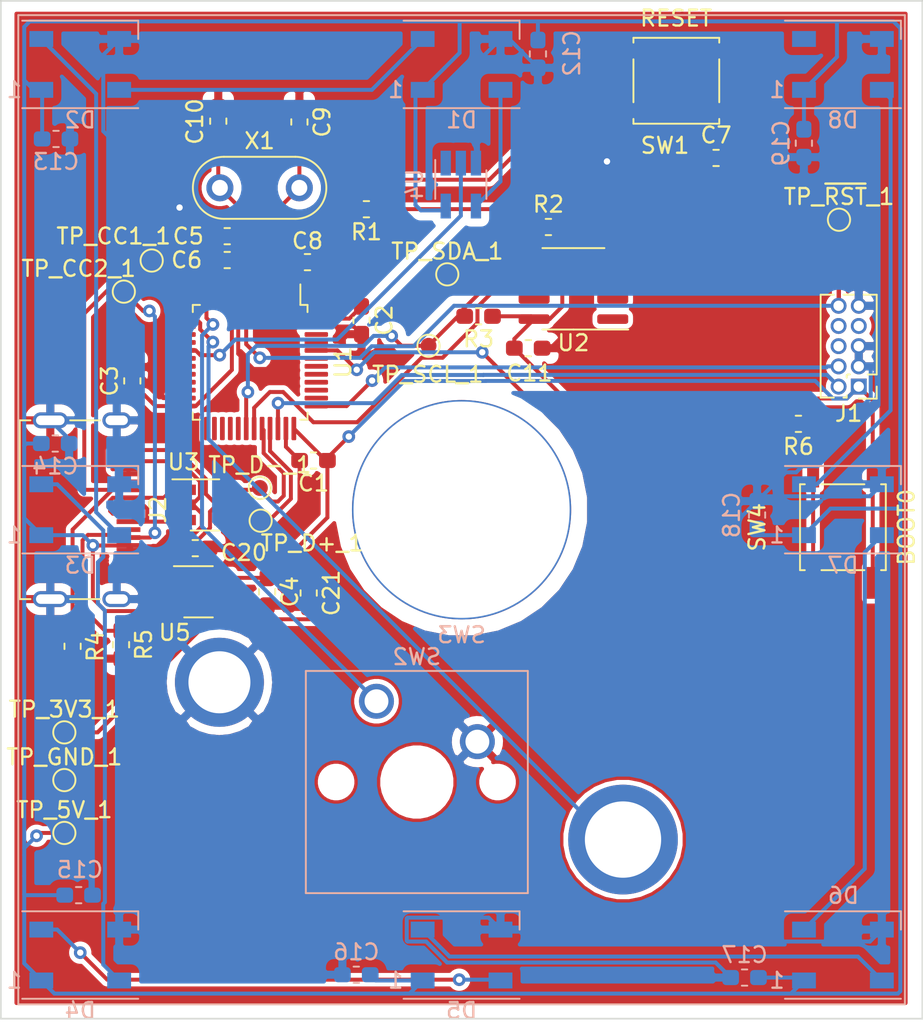
<source format=kicad_pcb>
(kicad_pcb (version 20171130) (host pcbnew 5.1.6-1)
  (layers (0 F.Cu signal) (31 B.Cu signal) (34 B.Paste user hide) (35 F.Paste user hide) (36 B.SilkS user) (37 F.SilkS user) (38 B.Mask user) (39 F.Mask user) (44 Edge.Cuts user))
  (net 0 "")
  (net 1 GND)
  (net 2 +3V3)
  (net 3 "Net-(C8-Pad2)")
  (net 4 "Net-(C9-Pad2)")
  (net 5 "Net-(C10-Pad2)")
  (net 6 +5V)
  (net 7 "Net-(D1-Pad2)")
  (net 8 "Net-(D1-Pad4)")
  (net 9 "Net-(D2-Pad2)")
  (net 10 "Net-(D3-Pad2)")
  (net 11 "Net-(D4-Pad2)")
  (net 12 "Net-(D5-Pad2)")
  (net 13 "Net-(D6-Pad2)")
  (net 14 "Net-(D7-Pad2)")
  (net 15 "Net-(D8-Pad2)")
  (net 16 "Net-(J2-PadB8)")
  (net 17 /USB_CC1)
  (net 18 "Net-(J2-PadA8)")
  (net 19 /USB_CC2)
  (net 20 /I2C_SDA)
  (net 21 /I2C_SCL)
  (net 22 /USB_D+)
  (net 23 /USB_D-)
  (net 24 "Net-(U1-Pad46)")
  (net 25 "Net-(U1-Pad45)")
  (net 26 /BOOT0)
  (net 27 "Net-(U1-Pad43)")
  (net 28 "Net-(U1-Pad42)")
  (net 29 "Net-(U1-Pad41)")
  (net 30 "Net-(U1-Pad40)")
  (net 31 "Net-(U1-Pad39)")
  (net 32 "Net-(U1-Pad38)")
  (net 33 /SWCLK)
  (net 34 /SWDIO)
  (net 35 "Net-(U1-Pad29)")
  (net 36 "Net-(U1-Pad28)")
  (net 37 "Net-(U1-Pad27)")
  (net 38 "Net-(U1-Pad26)")
  (net 39 "Net-(U1-Pad25)")
  (net 40 "Net-(U1-Pad22)")
  (net 41 "Net-(U1-Pad21)")
  (net 42 "Net-(U1-Pad20)")
  (net 43 "Net-(U1-Pad19)")
  (net 44 "Net-(U1-Pad18)")
  (net 45 /MCU_DOUT)
  (net 46 /MCU_DIN)
  (net 47 /MCU_SCK)
  (net 48 "Net-(U1-Pad14)")
  (net 49 "Net-(SW3-Pad1)")
  (net 50 "Net-(SW2-Pad1)")
  (net 51 "Net-(U1-Pad4)")
  (net 52 "Net-(U1-Pad3)")
  (net 53 "Net-(U1-Pad2)")
  (net 54 "Net-(U4-Pad1)")
  (net 55 "Net-(U5-Pad4)")
  (net 56 /USB_UNFILTERED_D-)
  (net 57 /USB_UNFILTERED_D+)
  (net 58 "Net-(J1-Pad8)")
  (net 59 "Net-(J1-Pad7)")
  (net 60 "Net-(J1-Pad6)")
  (net 61 /~RST)
  (module bigbutton:SW_SPST_XKB_TS-1187A (layer F.Cu) (at 129 106.1 270)
    (fp_text reference SW4 (at 0 5.4 90) (layer F.SilkS))
    (fp_text value BOOT0 (at 0 -4 90) (layer F.SilkS))
    (pad 2 smd rect (at 3.5 1.875 270) (size 2 0.75) (layers F.Cu F.Paste F.Mask) (net 26 /BOOT0))
    (pad 2 smd rect (at -3.5 1.875 270) (size 2 0.75) (layers F.Cu F.Paste F.Mask) (net 26 /BOOT0))
    (pad 1 smd rect (at -3.5 -1.875 270) (size 2 0.75) (layers F.Cu F.Paste F.Mask) (net 2 +3V3))
    (pad 1 smd rect (at 3.5 -1.875 270) (size 2 0.75) (layers F.Cu F.Paste F.Mask) (net 2 +3V3))
  )
  (module Resistor_SMD:R_0603_1608Metric_Pad1.05x0.95mm_HandSolder (layer F.Cu) (at 126.2 99.6 180)
    (fp_text reference R6 (at 0 -1.43) (layer F.SilkS))
    (fp_text value 10kΩ)
    (pad 2 smd roundrect (at 0.875 0 180) (size 1.05 0.95) (layers F.Cu F.Paste F.Mask) (net 1 GND))
    (pad 1 smd roundrect (at -0.875 0 180) (size 1.05 0.95) (layers F.Cu F.Paste F.Mask) (net 26 /BOOT0))
  )
  (module bigbutton:USB_C_Receptacle_HRO_TYPE-C-31-M-13_handsolder (layer F.Cu) (at 81.9912 105 270)
    (fp_text reference J2 (at 0 -3.895 90) (layer F.SilkS))
    (fp_text value USB_C_Receptacle_USB2.0)
    (pad A12 smd rect (at 3.35 -2.045 270) (size 0.3 1.5) (layers F.Cu F.Paste F.Mask) (net 1 GND))
    (pad A9 smd rect (at 2.55 -2.045 270) (size 0.3 1.5) (layers F.Cu F.Paste F.Mask) (net 6 +5V))
    (pad B9 smd rect (at -2.25 -2.045 270) (size 0.3 1.5) (layers F.Cu F.Paste F.Mask) (net 6 +5V))
    (pad B12 smd rect (at -3.05 -2.045 270) (size 0.3 1.5) (layers F.Cu F.Paste F.Mask) (net 1 GND))
    (pad A1 smd rect (at -3.35 -2.045 270) (size 0.3 1.5) (layers F.Cu F.Paste F.Mask) (net 1 GND))
    (pad A4 smd rect (at -2.55 -2.045 270) (size 0.3 1.5) (layers F.Cu F.Paste F.Mask) (net 6 +5V))
    (pad B8 smd rect (at -1.75 -2.045 270) (size 0.3 1.5) (layers F.Cu F.Paste F.Mask) (net 16 "Net-(J2-PadB8)"))
    (pad A5 smd rect (at -1.25 -2.045 270) (size 0.3 1.5) (layers F.Cu F.Paste F.Mask) (net 17 /USB_CC1))
    (pad B7 smd rect (at -0.75 -2.045 270) (size 0.3 1.5) (layers F.Cu F.Paste F.Mask) (net 56 /USB_UNFILTERED_D-))
    (pad A6 smd rect (at -0.25 -2.045 270) (size 0.3 1.5) (layers F.Cu F.Paste F.Mask) (net 57 /USB_UNFILTERED_D+))
    (pad A7 smd rect (at 0.25 -2.045 270) (size 0.3 1.5) (layers F.Cu F.Paste F.Mask) (net 56 /USB_UNFILTERED_D-))
    (pad B6 smd rect (at 0.75 -2.045 270) (size 0.3 1.5) (layers F.Cu F.Paste F.Mask) (net 57 /USB_UNFILTERED_D+))
    (pad A8 smd rect (at 1.25 -2.045 270) (size 0.3 1.5) (layers F.Cu F.Paste F.Mask) (net 18 "Net-(J2-PadA8)"))
    (pad B5 smd rect (at 1.75 -2.045 270) (size 0.3 1.5) (layers F.Cu F.Paste F.Mask) (net 19 /USB_CC2))
    (pad B4 smd rect (at 2.25 -2.045 270) (size 0.3 1.5) (layers F.Cu F.Paste F.Mask) (net 6 +5V))
    (pad B1 smd rect (at 3.05 -2.045 270) (size 0.3 1.5) (layers F.Cu F.Paste F.Mask) (net 1 GND))
    (pad S1 thru_hole oval (at 5.62 2.875 270) (size 1 2.2) (drill oval 0.6 1.8) (layers *.Cu *.Mask) (net 1 GND))
    (pad S1 thru_hole oval (at -5.62 2.875 270) (size 1 2.2) (drill oval 0.6 1.8) (layers *.Cu *.Mask) (net 1 GND))
    (pad S1 thru_hole oval (at 5.62 -1.305 270) (size 1 1.8) (drill oval 0.6 1.4) (layers *.Cu *.Mask) (net 1 GND))
    (pad S1 thru_hole oval (at -5.62 -1.305 270) (size 1 1.8) (drill oval 0.6 1.4) (layers *.Cu *.Mask) (net 1 GND))
  )
  (module Capacitor_SMD:C_0603_1608Metric_Pad1.05x0.95mm_HandSolder (layer F.Cu) (at 98.7044 93.091 270)
    (fp_text reference C2 (at 0 -1.43 90) (layer F.SilkS))
    (fp_text value 100nF)
    (pad 2 smd roundrect (at 0.875 0 270) (size 1.05 0.95) (layers F.Cu F.Paste F.Mask) (net 1 GND))
    (pad 1 smd roundrect (at -0.875 0 270) (size 1.05 0.95) (layers F.Cu F.Paste F.Mask) (net 2 +3V3))
  )
  (module Crystal:Resonator-2Pin_W8.0mm_H3.5mm (layer F.Cu) (at 89.789 84.7598)
    (fp_text reference X1 (at 2.5 -2.95) (layer F.SilkS))
    (fp_text value 16MHz)
    (pad 2 thru_hole circle (at 5 0) (size 1.7 1.7) (drill 1) (layers *.Cu *.Mask) (net 4 "Net-(C9-Pad2)"))
    (pad 1 thru_hole circle (at 0 0) (size 1.7 1.7) (drill 1) (layers *.Cu *.Mask) (net 5 "Net-(C10-Pad2)"))
  )
  (module Connector_PinHeader_1.27mm:PinHeader_2x05_P1.27mm_Vertical (layer F.Cu) (at 129.9972 97.2566 180)
    (fp_text reference J1 (at 0.635 -1.695) (layer F.SilkS))
    (fp_text value SWD)
    (pad 10 thru_hole oval (at 1.27 5.08 180) (size 1 1) (drill 0.65) (layers *.Cu *.Mask) (net 61 /~RST))
    (pad 9 thru_hole oval (at 0 5.08 180) (size 1 1) (drill 0.65) (layers *.Cu *.Mask) (net 1 GND))
    (pad 8 thru_hole oval (at 1.27 3.81 180) (size 1 1) (drill 0.65) (layers *.Cu *.Mask) (net 58 "Net-(J1-Pad8)"))
    (pad 7 thru_hole oval (at 0 3.81 180) (size 1 1) (drill 0.65) (layers *.Cu *.Mask) (net 59 "Net-(J1-Pad7)"))
    (pad 6 thru_hole oval (at 1.27 2.54 180) (size 1 1) (drill 0.65) (layers *.Cu *.Mask) (net 60 "Net-(J1-Pad6)"))
    (pad 5 thru_hole oval (at 0 2.54 180) (size 1 1) (drill 0.65) (layers *.Cu *.Mask) (net 1 GND))
    (pad 4 thru_hole oval (at 1.27 1.27 180) (size 1 1) (drill 0.65) (layers *.Cu *.Mask) (net 33 /SWCLK))
    (pad 3 thru_hole oval (at 0 1.27 180) (size 1 1) (drill 0.65) (layers *.Cu *.Mask) (net 1 GND))
    (pad 2 thru_hole oval (at 1.27 0 180) (size 1 1) (drill 0.65) (layers *.Cu *.Mask) (net 34 /SWDIO))
    (pad 1 thru_hole rect (at 0 0 180) (size 1 1) (drill 0.65) (layers *.Cu *.Mask) (net 2 +3V3))
  )
  (module bigbutton:SW_BIG_SWITCH (layer B.Cu) (at 105 105)
    (fp_text reference SW3 (at 0 7.874) (layer B.SilkS) (effects (justify mirror)))
    (fp_text value LORGE)
    (pad "" np_thru_hole circle (at 0 0) (size 13.8 13.8) (drill 13.6) (layers *.Cu *.Mask) (clearance 1))
    (pad 2 thru_hole circle (at -15.24 10.85) (size 5.6 5.6) (drill 3.9) (layers *.Cu *.Mask) (net 1 GND))
    (pad 1 thru_hole circle (at 10.16 20.74) (size 6.9 6.9) (drill 4.8) (layers *.Cu *.Mask) (net 49 "Net-(SW3-Pad1)"))
  )
  (module Button_Switch_Keyboard:SW_Cherry_MX_1.00u_PCB (layer B.Cu) (at 99.6442 117.0432 180)
    (fp_text reference SW2 (at -2.54 2.794) (layer B.SilkS) (effects (justify mirror)))
    (fp_text value SMOL)
    (pad "" np_thru_hole circle (at 2.54 -5.08 180) (size 1.7 1.7) (drill 1.7) (layers *.Cu *.Mask))
    (pad "" np_thru_hole circle (at -7.62 -5.08 180) (size 1.7 1.7) (drill 1.7) (layers *.Cu *.Mask))
    (pad "" np_thru_hole circle (at -2.54 -5.08 180) (size 4 4) (drill 4) (layers *.Cu *.Mask))
    (pad 2 thru_hole circle (at -6.35 -2.54 180) (size 2.2 2.2) (drill 1.5) (layers *.Cu *.Mask) (net 1 GND))
    (pad 1 thru_hole circle (at 0 0 180) (size 2.2 2.2) (drill 1.5) (layers *.Cu *.Mask) (net 50 "Net-(SW2-Pad1)"))
  )
  (module Package_TO_SOT_SMD:SOT-23-5_HandSoldering (layer F.Cu) (at 88.4428 110.1598)
    (fp_text reference U5 (at -1.4986 2.5654) (layer F.SilkS))
    (fp_text value MIC5504-3.3YM5)
    (pad 5 smd rect (at 1.35 -0.95) (size 1.56 0.65) (layers F.Cu F.Paste F.Mask) (net 2 +3V3))
    (pad 4 smd rect (at 1.35 0.95) (size 1.56 0.65) (layers F.Cu F.Paste F.Mask) (net 55 "Net-(U5-Pad4)"))
    (pad 3 smd rect (at -1.35 0.95) (size 1.56 0.65) (layers F.Cu F.Paste F.Mask) (net 6 +5V))
    (pad 2 smd rect (at -1.35 0) (size 1.56 0.65) (layers F.Cu F.Paste F.Mask) (net 1 GND))
    (pad 1 smd rect (at -1.35 -0.95) (size 1.56 0.65) (layers F.Cu F.Paste F.Mask) (net 6 +5V))
  )
  (module Package_TO_SOT_SMD:SOT-23-5_HandSoldering (layer B.Cu) (at 104.9528 84.5566 270)
    (fp_text reference U4 (at 0 2.9 270) (layer B.SilkS) (effects (justify mirror)))
    (fp_text value SN74LV1T34DBV)
    (pad 5 smd rect (at 1.35 0.95 270) (size 1.56 0.65) (layers B.Cu B.Paste B.Mask) (net 6 +5V))
    (pad 4 smd rect (at 1.35 -0.95 270) (size 1.56 0.65) (layers B.Cu B.Paste B.Mask) (net 8 "Net-(D1-Pad4)"))
    (pad 3 smd rect (at -1.35 -0.95 270) (size 1.56 0.65) (layers B.Cu B.Paste B.Mask) (net 1 GND))
    (pad 2 smd rect (at -1.35 0 270) (size 1.56 0.65) (layers B.Cu B.Paste B.Mask) (net 45 /MCU_DOUT))
    (pad 1 smd rect (at -1.35 0.95 270) (size 1.56 0.65) (layers B.Cu B.Paste B.Mask) (net 54 "Net-(U4-Pad1)"))
  )
  (module Package_TO_SOT_SMD:SOT-23-6_Handsoldering (layer F.Cu) (at 88.8492 104.6988)
    (fp_text reference U3 (at -1.3492 -2.6988) (layer F.SilkS))
    (fp_text value USBLC6-2)
    (pad 5 smd rect (at 1.35 0) (size 1.56 0.65) (layers F.Cu F.Paste F.Mask) (net 6 +5V))
    (pad 6 smd rect (at 1.35 -0.95) (size 1.56 0.65) (layers F.Cu F.Paste F.Mask) (net 23 /USB_D-))
    (pad 4 smd rect (at 1.35 0.95) (size 1.56 0.65) (layers F.Cu F.Paste F.Mask) (net 22 /USB_D+))
    (pad 3 smd rect (at -1.35 0.95) (size 1.56 0.65) (layers F.Cu F.Paste F.Mask) (net 57 /USB_UNFILTERED_D+))
    (pad 2 smd rect (at -1.35 0) (size 1.56 0.65) (layers F.Cu F.Paste F.Mask) (net 1 GND))
    (pad 1 smd rect (at -1.35 -0.95) (size 1.56 0.65) (layers F.Cu F.Paste F.Mask) (net 56 /USB_UNFILTERED_D-))
  )
  (module Package_SO:SOIC-8_3.9x4.9mm_P1.27mm (layer F.Cu) (at 112.0394 91.1098 180)
    (fp_text reference U2 (at 0 -3.4) (layer F.SilkS))
    (fp_text value ATECC608A-SSHDA)
    (pad 8 smd roundrect (at 2.475 -1.905 180) (size 1.95 0.6) (layers F.Cu F.Paste F.Mask) (net 2 +3V3))
    (pad 7 smd roundrect (at 2.475 -0.635 180) (size 1.95 0.6) (layers F.Cu F.Paste F.Mask))
    (pad 6 smd roundrect (at 2.475 0.635 180) (size 1.95 0.6) (layers F.Cu F.Paste F.Mask) (net 21 /I2C_SCL))
    (pad 5 smd roundrect (at 2.475 1.905 180) (size 1.95 0.6) (layers F.Cu F.Paste F.Mask) (net 20 /I2C_SDA))
    (pad 4 smd roundrect (at -2.475 1.905 180) (size 1.95 0.6) (layers F.Cu F.Paste F.Mask) (net 1 GND))
    (pad 3 smd roundrect (at -2.475 0.635 180) (size 1.95 0.6) (layers F.Cu F.Paste F.Mask))
    (pad 2 smd roundrect (at -2.475 -0.635 180) (size 1.95 0.6) (layers F.Cu F.Paste F.Mask))
    (pad 1 smd roundrect (at -2.475 -1.905 180) (size 1.95 0.6) (layers F.Cu F.Paste F.Mask))
  )
  (module Package_QFP:LQFP-48_7x7mm_P0.5mm (layer F.Cu) (at 91.694 95.7326 270)
    (fp_text reference U1 (at 0 -5.85 90) (layer F.SilkS))
    (fp_text value STM32F302CBTx)
    (pad 48 smd roundrect (at -2.75 -4.1625 270) (size 0.3 1.475) (layers F.Cu F.Paste F.Mask) (net 2 +3V3))
    (pad 47 smd roundrect (at -2.25 -4.1625 270) (size 0.3 1.475) (layers F.Cu F.Paste F.Mask) (net 1 GND))
    (pad 46 smd roundrect (at -1.75 -4.1625 270) (size 0.3 1.475) (layers F.Cu F.Paste F.Mask) (net 24 "Net-(U1-Pad46)"))
    (pad 45 smd roundrect (at -1.25 -4.1625 270) (size 0.3 1.475) (layers F.Cu F.Paste F.Mask) (net 25 "Net-(U1-Pad45)"))
    (pad 44 smd roundrect (at -0.75 -4.1625 270) (size 0.3 1.475) (layers F.Cu F.Paste F.Mask) (net 26 /BOOT0))
    (pad 43 smd roundrect (at -0.25 -4.1625 270) (size 0.3 1.475) (layers F.Cu F.Paste F.Mask) (net 27 "Net-(U1-Pad43)"))
    (pad 42 smd roundrect (at 0.25 -4.1625 270) (size 0.3 1.475) (layers F.Cu F.Paste F.Mask) (net 28 "Net-(U1-Pad42)"))
    (pad 41 smd roundrect (at 0.75 -4.1625 270) (size 0.3 1.475) (layers F.Cu F.Paste F.Mask) (net 29 "Net-(U1-Pad41)"))
    (pad 40 smd roundrect (at 1.25 -4.1625 270) (size 0.3 1.475) (layers F.Cu F.Paste F.Mask) (net 30 "Net-(U1-Pad40)"))
    (pad 39 smd roundrect (at 1.75 -4.1625 270) (size 0.3 1.475) (layers F.Cu F.Paste F.Mask) (net 31 "Net-(U1-Pad39)"))
    (pad 38 smd roundrect (at 2.25 -4.1625 270) (size 0.3 1.475) (layers F.Cu F.Paste F.Mask) (net 32 "Net-(U1-Pad38)"))
    (pad 37 smd roundrect (at 2.75 -4.1625 270) (size 0.3 1.475) (layers F.Cu F.Paste F.Mask) (net 33 /SWCLK))
    (pad 36 smd roundrect (at 4.1625 -2.75 270) (size 1.475 0.3) (layers F.Cu F.Paste F.Mask) (net 2 +3V3))
    (pad 35 smd roundrect (at 4.1625 -2.25 270) (size 1.475 0.3) (layers F.Cu F.Paste F.Mask) (net 1 GND))
    (pad 34 smd roundrect (at 4.1625 -1.75 270) (size 1.475 0.3) (layers F.Cu F.Paste F.Mask) (net 34 /SWDIO))
    (pad 33 smd roundrect (at 4.1625 -1.25 270) (size 1.475 0.3) (layers F.Cu F.Paste F.Mask) (net 22 /USB_D+))
    (pad 32 smd roundrect (at 4.1625 -0.75 270) (size 1.475 0.3) (layers F.Cu F.Paste F.Mask) (net 23 /USB_D-))
    (pad 31 smd roundrect (at 4.1625 -0.25 270) (size 1.475 0.3) (layers F.Cu F.Paste F.Mask) (net 20 /I2C_SDA))
    (pad 30 smd roundrect (at 4.1625 0.25 270) (size 1.475 0.3) (layers F.Cu F.Paste F.Mask) (net 21 /I2C_SCL))
    (pad 29 smd roundrect (at 4.1625 0.75 270) (size 1.475 0.3) (layers F.Cu F.Paste F.Mask) (net 35 "Net-(U1-Pad29)"))
    (pad 28 smd roundrect (at 4.1625 1.25 270) (size 1.475 0.3) (layers F.Cu F.Paste F.Mask) (net 36 "Net-(U1-Pad28)"))
    (pad 27 smd roundrect (at 4.1625 1.75 270) (size 1.475 0.3) (layers F.Cu F.Paste F.Mask) (net 37 "Net-(U1-Pad27)"))
    (pad 26 smd roundrect (at 4.1625 2.25 270) (size 1.475 0.3) (layers F.Cu F.Paste F.Mask) (net 38 "Net-(U1-Pad26)"))
    (pad 25 smd roundrect (at 4.1625 2.75 270) (size 1.475 0.3) (layers F.Cu F.Paste F.Mask) (net 39 "Net-(U1-Pad25)"))
    (pad 24 smd roundrect (at 2.75 4.1625 270) (size 0.3 1.475) (layers F.Cu F.Paste F.Mask) (net 2 +3V3))
    (pad 23 smd roundrect (at 2.25 4.1625 270) (size 0.3 1.475) (layers F.Cu F.Paste F.Mask) (net 1 GND))
    (pad 22 smd roundrect (at 1.75 4.1625 270) (size 0.3 1.475) (layers F.Cu F.Paste F.Mask) (net 40 "Net-(U1-Pad22)"))
    (pad 21 smd roundrect (at 1.25 4.1625 270) (size 0.3 1.475) (layers F.Cu F.Paste F.Mask) (net 41 "Net-(U1-Pad21)"))
    (pad 20 smd roundrect (at 0.75 4.1625 270) (size 0.3 1.475) (layers F.Cu F.Paste F.Mask) (net 42 "Net-(U1-Pad20)"))
    (pad 19 smd roundrect (at 0.25 4.1625 270) (size 0.3 1.475) (layers F.Cu F.Paste F.Mask) (net 43 "Net-(U1-Pad19)"))
    (pad 18 smd roundrect (at -0.25 4.1625 270) (size 0.3 1.475) (layers F.Cu F.Paste F.Mask) (net 44 "Net-(U1-Pad18)"))
    (pad 17 smd roundrect (at -0.75 4.1625 270) (size 0.3 1.475) (layers F.Cu F.Paste F.Mask) (net 45 /MCU_DOUT))
    (pad 16 smd roundrect (at -1.25 4.1625 270) (size 0.3 1.475) (layers F.Cu F.Paste F.Mask) (net 46 /MCU_DIN))
    (pad 15 smd roundrect (at -1.75 4.1625 270) (size 0.3 1.475) (layers F.Cu F.Paste F.Mask) (net 47 /MCU_SCK))
    (pad 14 smd roundrect (at -2.25 4.1625 270) (size 0.3 1.475) (layers F.Cu F.Paste F.Mask) (net 48 "Net-(U1-Pad14)"))
    (pad 13 smd roundrect (at -2.75 4.1625 270) (size 0.3 1.475) (layers F.Cu F.Paste F.Mask) (net 49 "Net-(SW3-Pad1)"))
    (pad 12 smd roundrect (at -4.1625 2.75 270) (size 1.475 0.3) (layers F.Cu F.Paste F.Mask) (net 50 "Net-(SW2-Pad1)"))
    (pad 11 smd roundrect (at -4.1625 2.25 270) (size 1.475 0.3) (layers F.Cu F.Paste F.Mask) (net 19 /USB_CC2))
    (pad 10 smd roundrect (at -4.1625 1.75 270) (size 1.475 0.3) (layers F.Cu F.Paste F.Mask) (net 17 /USB_CC1))
    (pad 9 smd roundrect (at -4.1625 1.25 270) (size 1.475 0.3) (layers F.Cu F.Paste F.Mask) (net 2 +3V3))
    (pad 8 smd roundrect (at -4.1625 0.75 270) (size 1.475 0.3) (layers F.Cu F.Paste F.Mask) (net 1 GND))
    (pad 7 smd roundrect (at -4.1625 0.25 270) (size 1.475 0.3) (layers F.Cu F.Paste F.Mask) (net 61 /~RST))
    (pad 6 smd roundrect (at -4.1625 -0.25 270) (size 1.475 0.3) (layers F.Cu F.Paste F.Mask) (net 5 "Net-(C10-Pad2)"))
    (pad 5 smd roundrect (at -4.1625 -0.75 270) (size 1.475 0.3) (layers F.Cu F.Paste F.Mask) (net 4 "Net-(C9-Pad2)"))
    (pad 4 smd roundrect (at -4.1625 -1.25 270) (size 1.475 0.3) (layers F.Cu F.Paste F.Mask) (net 51 "Net-(U1-Pad4)"))
    (pad 3 smd roundrect (at -4.1625 -1.75 270) (size 1.475 0.3) (layers F.Cu F.Paste F.Mask) (net 52 "Net-(U1-Pad3)"))
    (pad 2 smd roundrect (at -4.1625 -2.25 270) (size 1.475 0.3) (layers F.Cu F.Paste F.Mask) (net 53 "Net-(U1-Pad2)"))
    (pad 1 smd roundrect (at -4.1625 -2.75 270) (size 1.475 0.3) (layers F.Cu F.Paste F.Mask) (net 3 "Net-(C8-Pad2)"))
  )
  (module TestPoint:TestPoint_Pad_D1.0mm (layer F.Cu) (at 128.7526 86.7664)
    (fp_text reference TP_~RST~_1 (at 0 -1.448) (layer F.SilkS))
    (fp_text value TestPoint)
    (pad 1 smd circle (at 0 0) (size 1 1) (layers F.Cu F.Mask) (net 61 /~RST))
  )
  (module TestPoint:TestPoint_Pad_D1.0mm (layer F.Cu) (at 104.1 90.2)
    (fp_text reference TP_SDA_1 (at 0 -1.448) (layer F.SilkS))
    (fp_text value TestPoint_Small)
    (pad 1 smd circle (at 0 0) (size 1 1) (layers F.Cu F.Mask) (net 20 /I2C_SDA))
  )
  (module TestPoint:TestPoint_Pad_D1.0mm (layer F.Cu) (at 102.9208 94.6912)
    (fp_text reference TP_SCL_1 (at -0.0508 1.8034) (layer F.SilkS))
    (fp_text value TestPoint_Small)
    (pad 1 smd circle (at 0 0) (size 1 1) (layers F.Cu F.Mask) (net 21 /I2C_SCL))
  )
  (module TestPoint:TestPoint_Pad_D1.0mm (layer F.Cu) (at 80 122)
    (fp_text reference TP_GND_1 (at 0 -1.448) (layer F.SilkS))
    (fp_text value TestPoint_Small)
    (pad 1 smd circle (at 0 0) (size 1 1) (layers F.Cu F.Mask) (net 1 GND))
  )
  (module TestPoint:TestPoint_Pad_D1.0mm (layer F.Cu) (at 92.3036 103.632)
    (fp_text reference TP_D-_1 (at 0 -1.448) (layer F.SilkS))
    (fp_text value TestPoint_Small)
    (pad 1 smd circle (at 0 0) (size 1 1) (layers F.Cu F.Mask) (net 23 /USB_D-))
  )
  (module TestPoint:TestPoint_Pad_D1.0mm (layer F.Cu) (at 92.3544 105.6894)
    (fp_text reference TP_D+_1 (at 3.2456 1.4106) (layer F.SilkS))
    (fp_text value TestPoint_Small)
    (pad 1 smd circle (at 0 0) (size 1 1) (layers F.Cu F.Mask) (net 22 /USB_D+))
  )
  (module TestPoint:TestPoint_Pad_D1.0mm (layer F.Cu) (at 83.7438 91.2876)
    (fp_text reference TP_CC2_1 (at -2.8438 -1.448) (layer F.SilkS))
    (fp_text value TP_CC2)
    (pad 1 smd circle (at 0 0) (size 1 1) (layers F.Cu F.Mask) (net 19 /USB_CC2))
  )
  (module TestPoint:TestPoint_Pad_D1.0mm (layer F.Cu) (at 85.4964 89.3318)
    (fp_text reference TP_CC1_1 (at -2.3964 -1.5318) (layer F.SilkS))
    (fp_text value TP_CC1)
    (pad 1 smd circle (at 0 0) (size 1 1) (layers F.Cu F.Mask) (net 17 /USB_CC1))
  )
  (module TestPoint:TestPoint_Pad_D1.0mm (layer F.Cu) (at 80 125.3236)
    (fp_text reference TP_5V_1 (at 0 -1.448) (layer F.SilkS))
    (fp_text value TestPoint_Small)
    (pad 1 smd circle (at 0 0) (size 1 1) (layers F.Cu F.Mask) (net 6 +5V))
  )
  (module TestPoint:TestPoint_Pad_D1.0mm (layer F.Cu) (at 80 119)
    (fp_text reference TP_3V3_1 (at 0 -1.448) (layer F.SilkS))
    (fp_text value TestPoint_Small)
    (pad 1 smd circle (at 0 0) (size 1 1) (layers F.Cu F.Mask) (net 2 +3V3))
  )
  (module bigbutton:SW_SPST_XKB_TS-1187A (layer F.Cu) (at 118.5164 78.0288)
    (fp_text reference SW1 (at -0.7164 4.0712) (layer F.SilkS))
    (fp_text value RESET (at -0.0164 -3.9288 180) (layer F.SilkS))
    (pad 2 smd rect (at 3.5 1.875) (size 2 0.75) (layers F.Cu F.Paste F.Mask) (net 61 /~RST))
    (pad 2 smd rect (at -3.5 1.875) (size 2 0.75) (layers F.Cu F.Paste F.Mask) (net 61 /~RST))
    (pad 1 smd rect (at -3.5 -1.875) (size 2 0.75) (layers F.Cu F.Paste F.Mask) (net 1 GND))
    (pad 1 smd rect (at 3.5 -1.875) (size 2 0.75) (layers F.Cu F.Paste F.Mask) (net 1 GND))
  )
  (module Resistor_SMD:R_0603_1608Metric_Pad1.05x0.95mm_HandSolder (layer F.Cu) (at 83.566 113.4872 270)
    (fp_text reference R5 (at 0 -1.43 90) (layer F.SilkS))
    (fp_text value 5.1kΩ)
    (pad 2 smd roundrect (at 0.875 0 270) (size 1.05 0.95) (layers F.Cu F.Paste F.Mask) (net 1 GND))
    (pad 1 smd roundrect (at -0.875 0 270) (size 1.05 0.95) (layers F.Cu F.Paste F.Mask) (net 19 /USB_CC2))
  )
  (module Resistor_SMD:R_0603_1608Metric_Pad1.05x0.95mm_HandSolder (layer F.Cu) (at 80.518 113.5888 270)
    (fp_text reference R4 (at 0 -1.43 90) (layer F.SilkS))
    (fp_text value 5.1kΩ)
    (pad 2 smd roundrect (at 0.875 0 270) (size 1.05 0.95) (layers F.Cu F.Paste F.Mask) (net 1 GND))
    (pad 1 smd roundrect (at -0.875 0 270) (size 1.05 0.95) (layers F.Cu F.Paste F.Mask) (net 17 /USB_CC1))
  )
  (module Resistor_SMD:R_0603_1608Metric_Pad1.05x0.95mm_HandSolder (layer F.Cu) (at 106.0704 92.837 180)
    (fp_text reference R3 (at 0 -1.43) (layer F.SilkS))
    (fp_text value 10kΩ)
    (pad 2 smd roundrect (at 0.875 0 180) (size 1.05 0.95) (layers F.Cu F.Paste F.Mask) (net 21 /I2C_SCL))
    (pad 1 smd roundrect (at -0.875 0 180) (size 1.05 0.95) (layers F.Cu F.Paste F.Mask) (net 2 +3V3))
  )
  (module Resistor_SMD:R_0603_1608Metric_Pad1.05x0.95mm_HandSolder (layer F.Cu) (at 110.4646 87.2236 180)
    (fp_text reference R2 (at 0 1.4236) (layer F.SilkS))
    (fp_text value 10kΩ)
    (pad 2 smd roundrect (at 0.875 0 180) (size 1.05 0.95) (layers F.Cu F.Paste F.Mask) (net 20 /I2C_SDA))
    (pad 1 smd roundrect (at -0.875 0 180) (size 1.05 0.95) (layers F.Cu F.Paste F.Mask) (net 2 +3V3))
  )
  (module Resistor_SMD:R_0603_1608Metric_Pad1.05x0.95mm_HandSolder (layer F.Cu) (at 99.0092 86.106 180)
    (fp_text reference R1 (at 0 -1.43) (layer F.SilkS))
    (fp_text value 1kΩ)
    (pad 2 smd roundrect (at 0.875 0 180) (size 1.05 0.95) (layers F.Cu F.Paste F.Mask) (net 61 /~RST))
    (pad 1 smd roundrect (at -0.875 0 180) (size 1.05 0.95) (layers F.Cu F.Paste F.Mask) (net 2 +3V3))
  )
  (module LED_SMD:LED_WS2812B_PLCC4_5.0x5.0mm_P3.2mm (layer B.Cu) (at 129 77)
    (fp_text reference D8 (at 0 3.5) (layer B.SilkS) (effects (justify mirror)))
    (fp_text value WS2812B)
    (fp_text user 1 (at -4.15 1.6) (layer B.SilkS) (effects (justify mirror)))
    (pad 1 smd rect (at -2.45 1.6) (size 1.5 1) (layers B.Cu B.Paste B.Mask) (net 6 +5V))
    (pad 2 smd rect (at -2.45 -1.6) (size 1.5 1) (layers B.Cu B.Paste B.Mask) (net 15 "Net-(D8-Pad2)"))
    (pad 4 smd rect (at 2.45 1.6) (size 1.5 1) (layers B.Cu B.Paste B.Mask) (net 14 "Net-(D7-Pad2)"))
    (pad 3 smd rect (at 2.45 -1.6) (size 1.5 1) (layers B.Cu B.Paste B.Mask) (net 1 GND))
  )
  (module LED_SMD:LED_WS2812B_PLCC4_5.0x5.0mm_P3.2mm (layer B.Cu) (at 129 105)
    (fp_text reference D7 (at 0 3.5) (layer B.SilkS) (effects (justify mirror)))
    (fp_text value WS2812B)
    (fp_text user 1 (at -4.15 1.6) (layer B.SilkS) (effects (justify mirror)))
    (pad 1 smd rect (at -2.45 1.6) (size 1.5 1) (layers B.Cu B.Paste B.Mask) (net 6 +5V))
    (pad 2 smd rect (at -2.45 -1.6) (size 1.5 1) (layers B.Cu B.Paste B.Mask) (net 14 "Net-(D7-Pad2)"))
    (pad 4 smd rect (at 2.45 1.6) (size 1.5 1) (layers B.Cu B.Paste B.Mask) (net 13 "Net-(D6-Pad2)"))
    (pad 3 smd rect (at 2.45 -1.6) (size 1.5 1) (layers B.Cu B.Paste B.Mask) (net 1 GND))
  )
  (module LED_SMD:LED_WS2812B_PLCC4_5.0x5.0mm_P3.2mm (layer B.Cu) (at 129 133)
    (fp_text reference D6 (at 0.032 -3.7394) (layer B.SilkS) (effects (justify mirror)))
    (fp_text value WS2812B)
    (fp_text user 1 (at -4.15 1.6) (layer B.SilkS) (effects (justify mirror)))
    (pad 1 smd rect (at -2.45 1.6) (size 1.5 1) (layers B.Cu B.Paste B.Mask) (net 6 +5V))
    (pad 2 smd rect (at -2.45 -1.6) (size 1.5 1) (layers B.Cu B.Paste B.Mask) (net 13 "Net-(D6-Pad2)"))
    (pad 4 smd rect (at 2.45 1.6) (size 1.5 1) (layers B.Cu B.Paste B.Mask) (net 12 "Net-(D5-Pad2)"))
    (pad 3 smd rect (at 2.45 -1.6) (size 1.5 1) (layers B.Cu B.Paste B.Mask) (net 1 GND))
  )
  (module LED_SMD:LED_WS2812B_PLCC4_5.0x5.0mm_P3.2mm (layer B.Cu) (at 105 133)
    (fp_text reference D5 (at 0 3.5) (layer B.SilkS) (effects (justify mirror)))
    (fp_text value WS2812B)
    (fp_text user 1 (at -4.15 1.6) (layer B.SilkS) (effects (justify mirror)))
    (pad 1 smd rect (at -2.45 1.6) (size 1.5 1) (layers B.Cu B.Paste B.Mask) (net 6 +5V))
    (pad 2 smd rect (at -2.45 -1.6) (size 1.5 1) (layers B.Cu B.Paste B.Mask) (net 12 "Net-(D5-Pad2)"))
    (pad 4 smd rect (at 2.45 1.6) (size 1.5 1) (layers B.Cu B.Paste B.Mask) (net 11 "Net-(D4-Pad2)"))
    (pad 3 smd rect (at 2.45 -1.6) (size 1.5 1) (layers B.Cu B.Paste B.Mask) (net 1 GND))
  )
  (module LED_SMD:LED_WS2812B_PLCC4_5.0x5.0mm_P3.2mm (layer B.Cu) (at 81 133)
    (fp_text reference D4 (at 0 3.5) (layer B.SilkS) (effects (justify mirror)))
    (fp_text value WS2812B)
    (fp_text user 1 (at -4.15 1.6) (layer B.SilkS) (effects (justify mirror)))
    (pad 1 smd rect (at -2.45 1.6) (size 1.5 1) (layers B.Cu B.Paste B.Mask) (net 6 +5V))
    (pad 2 smd rect (at -2.45 -1.6) (size 1.5 1) (layers B.Cu B.Paste B.Mask) (net 11 "Net-(D4-Pad2)"))
    (pad 4 smd rect (at 2.45 1.6) (size 1.5 1) (layers B.Cu B.Paste B.Mask) (net 10 "Net-(D3-Pad2)"))
    (pad 3 smd rect (at 2.45 -1.6) (size 1.5 1) (layers B.Cu B.Paste B.Mask) (net 1 GND))
  )
  (module LED_SMD:LED_WS2812B_PLCC4_5.0x5.0mm_P3.2mm (layer B.Cu) (at 81 105)
    (fp_text reference D3 (at 0 3.5) (layer B.SilkS) (effects (justify mirror)))
    (fp_text value WS2812B)
    (fp_text user 1 (at -4.15 1.6) (layer B.SilkS) (effects (justify mirror)))
    (pad 1 smd rect (at -2.45 1.6) (size 1.5 1) (layers B.Cu B.Paste B.Mask) (net 6 +5V))
    (pad 2 smd rect (at -2.45 -1.6) (size 1.5 1) (layers B.Cu B.Paste B.Mask) (net 10 "Net-(D3-Pad2)"))
    (pad 4 smd rect (at 2.45 1.6) (size 1.5 1) (layers B.Cu B.Paste B.Mask) (net 9 "Net-(D2-Pad2)"))
    (pad 3 smd rect (at 2.45 -1.6) (size 1.5 1) (layers B.Cu B.Paste B.Mask) (net 1 GND))
  )
  (module LED_SMD:LED_WS2812B_PLCC4_5.0x5.0mm_P3.2mm (layer B.Cu) (at 81 77)
    (fp_text reference D2 (at 0 3.5) (layer B.SilkS) (effects (justify mirror)))
    (fp_text value WS2812B)
    (fp_text user 1 (at -4.15 1.6) (layer B.SilkS) (effects (justify mirror)))
    (pad 1 smd rect (at -2.45 1.6) (size 1.5 1) (layers B.Cu B.Paste B.Mask) (net 6 +5V))
    (pad 2 smd rect (at -2.45 -1.6) (size 1.5 1) (layers B.Cu B.Paste B.Mask) (net 9 "Net-(D2-Pad2)"))
    (pad 4 smd rect (at 2.45 1.6) (size 1.5 1) (layers B.Cu B.Paste B.Mask) (net 7 "Net-(D1-Pad2)"))
    (pad 3 smd rect (at 2.45 -1.6) (size 1.5 1) (layers B.Cu B.Paste B.Mask) (net 1 GND))
  )
  (module LED_SMD:LED_WS2812B_PLCC4_5.0x5.0mm_P3.2mm (layer B.Cu) (at 105 77)
    (fp_text reference D1 (at 0 3.5) (layer B.SilkS) (effects (justify mirror)))
    (fp_text value WS2812B)
    (fp_text user 1 (at -4.15 1.6) (layer B.SilkS) (effects (justify mirror)))
    (pad 1 smd rect (at -2.45 1.6) (size 1.5 1) (layers B.Cu B.Paste B.Mask) (net 6 +5V))
    (pad 2 smd rect (at -2.45 -1.6) (size 1.5 1) (layers B.Cu B.Paste B.Mask) (net 7 "Net-(D1-Pad2)"))
    (pad 4 smd rect (at 2.45 1.6) (size 1.5 1) (layers B.Cu B.Paste B.Mask) (net 8 "Net-(D1-Pad4)"))
    (pad 3 smd rect (at 2.45 -1.6) (size 1.5 1) (layers B.Cu B.Paste B.Mask) (net 1 GND))
  )
  (module Capacitor_SMD:C_0603_1608Metric_Pad1.05x0.95mm_HandSolder (layer F.Cu) (at 95.377 110.236 270)
    (fp_text reference C21 (at 0 -1.43 90) (layer F.SilkS))
    (fp_text value 1µF)
    (pad 2 smd roundrect (at 0.875 0 270) (size 1.05 0.95) (layers F.Cu F.Paste F.Mask) (net 1 GND))
    (pad 1 smd roundrect (at -0.875 0 270) (size 1.05 0.95) (layers F.Cu F.Paste F.Mask) (net 2 +3V3))
  )
  (module Capacitor_SMD:C_0603_1608Metric_Pad1.05x0.95mm_HandSolder (layer F.Cu) (at 88.2396 107.4166)
    (fp_text reference C20 (at 3.0604 0.2834) (layer F.SilkS))
    (fp_text value 1µF)
    (pad 1 smd roundrect (at -0.875 0) (size 1.05 0.95) (layers F.Cu F.Paste F.Mask) (net 6 +5V))
    (pad 2 smd roundrect (at 0.875 0) (size 1.05 0.95) (layers F.Cu F.Paste F.Mask) (net 1 GND))
  )
  (module Capacitor_SMD:C_0603_1608Metric_Pad1.05x0.95mm_HandSolder (layer B.Cu) (at 126.5428 81.9544 270)
    (fp_text reference C19 (at 0 1.43 90) (layer B.SilkS) (effects (justify mirror)))
    (fp_text value 100nF)
    (pad 2 smd roundrect (at 0.875 0 270) (size 1.05 0.95) (layers B.Cu B.Paste B.Mask) (net 1 GND))
    (pad 1 smd roundrect (at -0.875 0 270) (size 1.05 0.95) (layers B.Cu B.Paste B.Mask) (net 6 +5V))
  )
  (module Capacitor_SMD:C_0603_1608Metric_Pad1.05x0.95mm_HandSolder (layer B.Cu) (at 123.5964 105.3338 90)
    (fp_text reference C18 (at 0 -1.6002 90) (layer B.SilkS) (effects (justify mirror)))
    (fp_text value 100nF)
    (pad 2 smd roundrect (at 0.875 0 90) (size 1.05 0.95) (layers B.Cu B.Paste B.Mask) (net 1 GND))
    (pad 1 smd roundrect (at -0.875 0 90) (size 1.05 0.95) (layers B.Cu B.Paste B.Mask) (net 6 +5V))
  )
  (module Capacitor_SMD:C_0603_1608Metric_Pad1.05x0.95mm_HandSolder (layer B.Cu) (at 122.809 134.4168 180)
    (fp_text reference C17 (at 0 1.43) (layer B.SilkS) (effects (justify mirror)))
    (fp_text value 100nF)
    (pad 2 smd roundrect (at 0.875 0 180) (size 1.05 0.95) (layers B.Cu B.Paste B.Mask) (net 1 GND))
    (pad 1 smd roundrect (at -0.875 0 180) (size 1.05 0.95) (layers B.Cu B.Paste B.Mask) (net 6 +5V))
  )
  (module Capacitor_SMD:C_0603_1608Metric_Pad1.05x0.95mm_HandSolder (layer B.Cu) (at 98.3742 134.239 180)
    (fp_text reference C16 (at 0 1.43) (layer B.SilkS) (effects (justify mirror)))
    (fp_text value 100nF)
    (pad 2 smd roundrect (at 0.875 0 180) (size 1.05 0.95) (layers B.Cu B.Paste B.Mask) (net 1 GND))
    (pad 1 smd roundrect (at -0.875 0 180) (size 1.05 0.95) (layers B.Cu B.Paste B.Mask) (net 6 +5V))
  )
  (module Capacitor_SMD:C_0603_1608Metric_Pad1.05x0.95mm_HandSolder (layer B.Cu) (at 80.899 129.2352)
    (fp_text reference C15 (at 0.0762 -1.6002) (layer B.SilkS) (effects (justify mirror)))
    (fp_text value 100nF)
    (pad 2 smd roundrect (at 0.875 0) (size 1.05 0.95) (layers B.Cu B.Paste B.Mask) (net 1 GND))
    (pad 1 smd roundrect (at -0.875 0) (size 1.05 0.95) (layers B.Cu B.Paste B.Mask) (net 6 +5V))
  )
  (module Capacitor_SMD:C_0603_1608Metric_Pad1.05x0.95mm_HandSolder (layer B.Cu) (at 79.4258 100.838)
    (fp_text reference C14 (at 0 1.43) (layer B.SilkS) (effects (justify mirror)))
    (fp_text value 100nF)
    (pad 2 smd roundrect (at 0.875 0) (size 1.05 0.95) (layers B.Cu B.Paste B.Mask) (net 1 GND))
    (pad 1 smd roundrect (at -0.875 0) (size 1.05 0.95) (layers B.Cu B.Paste B.Mask) (net 6 +5V))
  )
  (module Capacitor_SMD:C_0603_1608Metric_Pad1.05x0.95mm_HandSolder (layer B.Cu) (at 79.4766 81.6864)
    (fp_text reference C13 (at 0 1.43) (layer B.SilkS) (effects (justify mirror)))
    (fp_text value 100nF)
    (pad 2 smd roundrect (at 0.875 0) (size 1.05 0.95) (layers B.Cu B.Paste B.Mask) (net 1 GND))
    (pad 1 smd roundrect (at -0.875 0) (size 1.05 0.95) (layers B.Cu B.Paste B.Mask) (net 6 +5V))
  )
  (module Capacitor_SMD:C_0603_1608Metric_Pad1.05x0.95mm_HandSolder (layer B.Cu) (at 109.8042 76.341 270)
    (fp_text reference C12 (at -0.0368 -2.1336 270) (layer B.SilkS) (effects (justify mirror)))
    (fp_text value 100nF)
    (pad 2 smd roundrect (at 0.875 0 270) (size 1.05 0.95) (layers B.Cu B.Paste B.Mask) (net 1 GND))
    (pad 1 smd roundrect (at -0.875 0 270) (size 1.05 0.95) (layers B.Cu B.Paste B.Mask) (net 6 +5V))
  )
  (module Capacitor_SMD:C_0603_1608Metric_Pad1.05x0.95mm_HandSolder (layer F.Cu) (at 109.1946 94.8436)
    (fp_text reference C11 (at 0.0762 1.5748) (layer F.SilkS))
    (fp_text value 100nF)
    (pad 2 smd roundrect (at 0.875 0) (size 1.05 0.95) (layers F.Cu F.Paste F.Mask) (net 1 GND))
    (pad 1 smd roundrect (at -0.875 0) (size 1.05 0.95) (layers F.Cu F.Paste F.Mask) (net 2 +3V3))
  )
  (module Capacitor_SMD:C_0603_1608Metric_Pad1.05x0.95mm_HandSolder (layer F.Cu) (at 89.6874 80.5688 270)
    (fp_text reference C10 (at 0.0254 1.4732 90) (layer F.SilkS))
    (fp_text value 22pF)
    (pad 2 smd roundrect (at 0.875 0 270) (size 1.05 0.95) (layers F.Cu F.Paste F.Mask) (net 5 "Net-(C10-Pad2)"))
    (pad 1 smd roundrect (at -0.875 0 270) (size 1.05 0.95) (layers F.Cu F.Paste F.Mask) (net 1 GND))
  )
  (module Capacitor_SMD:C_0603_1608Metric_Pad1.05x0.95mm_HandSolder (layer F.Cu) (at 94.7928 80.6196 270)
    (fp_text reference C9 (at 0 -1.43 90) (layer F.SilkS))
    (fp_text value 22pF)
    (pad 2 smd roundrect (at 0.875 0 270) (size 1.05 0.95) (layers F.Cu F.Paste F.Mask) (net 4 "Net-(C9-Pad2)"))
    (pad 1 smd roundrect (at -0.875 0 270) (size 1.05 0.95) (layers F.Cu F.Paste F.Mask) (net 1 GND))
  )
  (module Capacitor_SMD:C_0603_1608Metric_Pad1.05x0.95mm_HandSolder (layer F.Cu) (at 95.3008 89.4334 180)
    (fp_text reference C8 (at 0.0008 1.3334) (layer F.SilkS))
    (fp_text value 100nF)
    (pad 2 smd roundrect (at 0.875 0 180) (size 1.05 0.95) (layers F.Cu F.Paste F.Mask) (net 3 "Net-(C8-Pad2)"))
    (pad 1 smd roundrect (at -0.875 0 180) (size 1.05 0.95) (layers F.Cu F.Paste F.Mask) (net 2 +3V3))
  )
  (module Capacitor_SMD:C_0603_1608Metric_Pad1.05x0.95mm_HandSolder (layer F.Cu) (at 121.017 82.8802)
    (fp_text reference C7 (at 0 -1.43) (layer F.SilkS))
    (fp_text value 100nF)
    (pad 2 smd roundrect (at 0.875 0) (size 1.05 0.95) (layers F.Cu F.Paste F.Mask) (net 1 GND))
    (pad 1 smd roundrect (at -0.875 0) (size 1.05 0.95) (layers F.Cu F.Paste F.Mask) (net 61 /~RST))
  )
  (module Capacitor_SMD:C_0603_1608Metric_Pad1.05x0.95mm_HandSolder (layer F.Cu) (at 90.25 89.3)
    (fp_text reference C6 (at -2.55 0) (layer F.SilkS))
    (fp_text value 10nF)
    (pad 2 smd roundrect (at 0.875 0) (size 1.05 0.95) (layers F.Cu F.Paste F.Mask) (net 1 GND))
    (pad 1 smd roundrect (at -0.875 0) (size 1.05 0.95) (layers F.Cu F.Paste F.Mask) (net 2 +3V3))
  )
  (module Capacitor_SMD:C_0603_1608Metric_Pad1.05x0.95mm_HandSolder (layer F.Cu) (at 90.25 87.8)
    (fp_text reference C5 (at -2.45 0) (layer F.SilkS))
    (fp_text value 1µF)
    (pad 2 smd roundrect (at 0.875 0) (size 1.05 0.95) (layers F.Cu F.Paste F.Mask) (net 1 GND))
    (pad 1 smd roundrect (at -0.875 0) (size 1.05 0.95) (layers F.Cu F.Paste F.Mask) (net 2 +3V3))
  )
  (module Capacitor_SMD:C_0603_1608Metric_Pad1.05x0.95mm_HandSolder (layer F.Cu) (at 92.7608 110.1598 270)
    (fp_text reference C4 (at 0 -1.43 90) (layer F.SilkS))
    (fp_text value 4.7µF)
    (pad 2 smd roundrect (at 0.875 0 270) (size 1.05 0.95) (layers F.Cu F.Paste F.Mask) (net 1 GND))
    (pad 1 smd roundrect (at -0.875 0 270) (size 1.05 0.95) (layers F.Cu F.Paste F.Mask) (net 2 +3V3))
  )
  (module Capacitor_SMD:C_0603_1608Metric_Pad1.05x0.95mm_HandSolder (layer F.Cu) (at 84.2772 96.901 90)
    (fp_text reference C3 (at 0 -1.43 90) (layer F.SilkS))
    (fp_text value 100nF)
    (pad 2 smd roundrect (at 0.875 0 90) (size 1.05 0.95) (layers F.Cu F.Paste F.Mask) (net 1 GND))
    (pad 1 smd roundrect (at -0.875 0 90) (size 1.05 0.95) (layers F.Cu F.Paste F.Mask) (net 2 +3V3))
  )
  (module Capacitor_SMD:C_0603_1608Metric_Pad1.05x0.95mm_HandSolder (layer F.Cu) (at 95.6818 101.9048 180)
    (fp_text reference C1 (at 0 -1.43) (layer F.SilkS))
    (fp_text value 100nF)
    (pad 2 smd roundrect (at 0.875 0 180) (size 1.05 0.95) (layers F.Cu F.Paste F.Mask) (net 1 GND))
    (pad 1 smd roundrect (at -0.875 0 180) (size 1.05 0.95) (layers F.Cu F.Paste F.Mask) (net 2 +3V3))
  )
  (gr_line (start 76 73) (end 134 73) (layer Edge.Cuts) (width 0.1))
  (gr_line (start 76 137) (end 76 73) (layer Edge.Cuts) (width 0.1))
  (gr_line (start 134 137) (end 76 137) (layer Edge.Cuts) (width 0.1))
  (gr_line (start 134 73) (end 134 137) (layer Edge.Cuts) (width 0.1))
  (segment (start 84.0362 108.05) (end 84.0362 108.35) (width 0.25) (layer F.Cu) (net 1))
  (segment (start 84.0362 101.65) (end 84.0362 101.95) (width 0.25) (layer F.Cu) (net 1))
  (segment (start 93.944 101.042) (end 94.8068 101.9048) (width 0.25) (layer F.Cu) (net 1))
  (segment (start 93.944 99.8951) (end 93.944 101.042) (width 0.25) (layer F.Cu) (net 1))
  (segment (start 98.221 93.4826) (end 98.7044 93.966) (width 0.25) (layer F.Cu) (net 1))
  (segment (start 95.8565 93.4826) (end 98.221 93.4826) (width 0.25) (layer F.Cu) (net 1))
  (segment (start 86.2338 97.9826) (end 87.5315 97.9826) (width 0.25) (layer F.Cu) (net 1))
  (segment (start 84.2772 96.026) (end 86.2338 97.9826) (width 0.25) (layer F.Cu) (net 1))
  (segment (start 83.2962 103.2462) (end 83.45 103.4) (width 0.25) (layer B.Cu) (net 1))
  (segment (start 83.2962 99.38) (end 83.2962 103.2462) (width 0.25) (layer B.Cu) (net 1))
  (segment (start 113.21439 89.52981) (end 113.5394 89.2048) (width 0.25) (layer F.Cu) (net 1))
  (segment (start 113.5394 89.2048) (end 114.5144 89.2048) (width 0.25) (layer F.Cu) (net 1))
  (segment (start 113.21439 92.22381) (end 113.21439 89.52981) (width 0.25) (layer F.Cu) (net 1))
  (segment (start 110.5946 94.8436) (end 113.21439 92.22381) (width 0.25) (layer F.Cu) (net 1))
  (segment (start 110.0696 94.8436) (end 110.5946 94.8436) (width 0.25) (layer F.Cu) (net 1))
  (segment (start 120.366401 132.152001) (end 130.697999 132.152001) (width 0.25) (layer B.Cu) (net 1))
  (segment (start 130.697999 132.152001) (end 131.45 131.4) (width 0.25) (layer B.Cu) (net 1))
  (segment (start 119.6594 131.445) (end 120.366401 132.152001) (width 0.25) (layer B.Cu) (net 1))
  (segment (start 119.634 108.4212) (end 123.5964 104.4588) (width 0.25) (layer B.Cu) (net 1))
  (segment (start 119.634 120.0658) (end 119.634 108.4212) (width 0.25) (layer B.Cu) (net 1))
  (segment (start 80.3008 100.838) (end 80.3008 100.5646) (width 0.25) (layer B.Cu) (net 1))
  (segment (start 80.3008 100.5646) (end 79.1162 99.38) (width 0.25) (layer B.Cu) (net 1))
  (segment (start 83.2962 92.067326) (end 83.2962 99.38) (width 0.25) (layer B.Cu) (net 1))
  (segment (start 119.634 131.4196) (end 119.6594 131.445) (width 0.25) (layer B.Cu) (net 1))
  (segment (start 119.634 120.0658) (end 119.634 131.4196) (width 0.25) (layer B.Cu) (net 1))
  (segment (start 80.6196 114.3622) (end 80.518 114.4638) (width 0.25) (layer F.Cu) (net 1))
  (segment (start 83.566 114.3622) (end 80.6196 114.3622) (width 0.25) (layer F.Cu) (net 1))
  (segment (start 106.697999 130.647999) (end 107.45 131.4) (width 0.25) (layer B.Cu) (net 1))
  (segment (start 101.547999 132.101601) (end 101.547999 130.698399) (width 0.25) (layer B.Cu) (net 1))
  (segment (start 101.547999 130.698399) (end 101.598399 130.647999) (width 0.25) (layer B.Cu) (net 1))
  (segment (start 101.598399 132.152001) (end 101.547999 132.101601) (width 0.25) (layer B.Cu) (net 1))
  (segment (start 102.768829 132.152001) (end 101.598399 132.152001) (width 0.25) (layer B.Cu) (net 1))
  (segment (start 101.598399 130.647999) (end 106.697999 130.647999) (width 0.25) (layer B.Cu) (net 1))
  (segment (start 104.089837 133.473009) (end 102.768829 132.152001) (width 0.25) (layer B.Cu) (net 1))
  (segment (start 120.990209 133.473009) (end 104.089837 133.473009) (width 0.25) (layer B.Cu) (net 1))
  (segment (start 121.934 134.4168) (end 120.990209 133.473009) (width 0.25) (layer B.Cu) (net 1))
  (segment (start 125.407201 102.647999) (end 123.5964 104.4588) (width 0.25) (layer B.Cu) (net 1))
  (segment (start 126.059403 102.647999) (end 125.407201 102.647999) (width 0.25) (layer B.Cu) (net 1))
  (segment (start 130.749201 97.958201) (end 126.059403 102.647999) (width 0.25) (layer B.Cu) (net 1))
  (segment (start 130.749201 96.031495) (end 130.749201 97.958201) (width 0.25) (layer B.Cu) (net 1))
  (segment (start 130.704306 95.9866) (end 130.749201 96.031495) (width 0.25) (layer B.Cu) (net 1))
  (segment (start 129.9972 95.9866) (end 130.704306 95.9866) (width 0.25) (layer B.Cu) (net 1))
  (segment (start 123.903199 104.152001) (end 123.5964 104.4588) (width 0.25) (layer B.Cu) (net 1))
  (segment (start 130.697999 104.152001) (end 123.903199 104.152001) (width 0.25) (layer B.Cu) (net 1))
  (segment (start 131.45 103.4) (end 130.697999 104.152001) (width 0.25) (layer B.Cu) (net 1))
  (segment (start 95.3008 111.0348) (end 95.377 111.111) (width 0.25) (layer F.Cu) (net 1))
  (segment (start 92.7608 111.0348) (end 95.3008 111.0348) (width 0.25) (layer F.Cu) (net 1))
  (segment (start 88.760799 107.770401) (end 89.1146 107.4166) (width 0.25) (layer F.Cu) (net 1))
  (segment (start 86.060799 112.439963) (end 84.138562 114.3622) (width 0.25) (layer F.Cu) (net 1))
  (segment (start 84.138562 114.3622) (end 83.566 114.3622) (width 0.25) (layer F.Cu) (net 1))
  (segment (start 88.760799 111.004973) (end 88.760799 109.239201) (width 0.25) (layer F.Cu) (net 1))
  (segment (start 86.060799 112.439963) (end 87.325809 112.439963) (width 0.25) (layer F.Cu) (net 1))
  (segment (start 87.325809 112.439963) (end 88.760799 111.004973) (width 0.25) (layer F.Cu) (net 1))
  (segment (start 88.760799 109.239201) (end 88.760799 107.770401) (width 0.25) (layer F.Cu) (net 1))
  (segment (start 105.9028 76.9472) (end 105.9028 83.2066) (width 0.25) (layer B.Cu) (net 1))
  (segment (start 107.45 75.4) (end 105.9028 76.9472) (width 0.25) (layer B.Cu) (net 1))
  (segment (start 107.9882 75.4) (end 109.8042 77.216) (width 0.25) (layer B.Cu) (net 1))
  (segment (start 107.45 75.4) (end 107.9882 75.4) (width 0.25) (layer B.Cu) (net 1))
  (segment (start 83.2962 97.007) (end 84.2772 96.026) (width 0.25) (layer F.Cu) (net 1))
  (segment (start 83.2962 99.38) (end 83.2962 97.007) (width 0.25) (layer F.Cu) (net 1))
  (segment (start 80.3516 81.6864) (end 80.3516 87.1484) (width 0.25) (layer B.Cu) (net 1))
  (segment (start 79.1162 88.3838) (end 79.1162 99.38) (width 0.25) (layer B.Cu) (net 1))
  (segment (start 80.3516 87.1484) (end 79.1162 88.3838) (width 0.25) (layer B.Cu) (net 1))
  (segment (start 87.259002 101.95) (end 84.0362 101.95) (width 0.25) (layer F.Cu) (net 1))
  (segment (start 87.716799 104.481201) (end 88.243799 104.481201) (width 0.25) (layer F.Cu) (net 1))
  (segment (start 87.4992 104.6988) (end 87.716799 104.481201) (width 0.25) (layer F.Cu) (net 1))
  (segment (start 88.531201 103.222199) (end 87.259002 101.95) (width 0.25) (layer F.Cu) (net 1))
  (segment (start 88.243799 104.481201) (end 88.531201 104.193799) (width 0.25) (layer F.Cu) (net 1))
  (segment (start 88.531201 104.193799) (end 88.531201 103.222199) (width 0.25) (layer F.Cu) (net 1))
  (segment (start 87.039244 88.324282) (end 83.2962 92.067326) (width 0.25) (layer B.Cu) (net 1))
  (segment (start 91.125 89.25) (end 90.944 89.431) (width 0.25) (layer F.Cu) (net 1))
  (segment (start 91.125 89.25) (end 91.125 87.75) (width 0.25) (layer F.Cu) (net 1))
  (via (at 87.25 86) (size 0.8) (drill 0.4) (layers F.Cu B.Cu) (net 1))
  (segment (start 91.125 87.75) (end 89.375 86) (width 0.25) (layer F.Cu) (net 1))
  (segment (start 89.375 86) (end 87.25 86) (width 0.25) (layer F.Cu) (net 1))
  (segment (start 87.25 88.113526) (end 87.039244 88.324282) (width 0.25) (layer B.Cu) (net 1))
  (segment (start 87.25 86) (end 87.25 88.113526) (width 0.25) (layer B.Cu) (net 1))
  (segment (start 82.447999 81.197999) (end 87.25 86) (width 0.25) (layer B.Cu) (net 1))
  (segment (start 82.447999 76.402001) (end 82.447999 81.197999) (width 0.25) (layer B.Cu) (net 1))
  (segment (start 83.45 75.4) (end 82.447999 76.402001) (width 0.25) (layer B.Cu) (net 1))
  (segment (start 90.944 89.581) (end 90.944 91.5701) (width 0.25) (layer F.Cu) (net 1))
  (segment (start 91.125 89.4) (end 90.944 89.581) (width 0.25) (layer F.Cu) (net 1))
  (segment (start 93.69039 93.4826) (end 95.8565 93.4826) (width 0.25) (layer F.Cu) (net 1))
  (segment (start 93.34799 93.825) (end 93.69039 93.4826) (width 0.25) (layer F.Cu) (net 1))
  (segment (start 90.944 91.5701) (end 90.944 95.194) (width 0.25) (layer F.Cu) (net 1))
  (segment (start 92.75 96.15) (end 93.34799 95.55201) (width 0.25) (layer F.Cu) (net 1))
  (segment (start 90.944 95.194) (end 91.9 96.15) (width 0.25) (layer F.Cu) (net 1))
  (segment (start 91.9 96.15) (end 92.75 96.15) (width 0.25) (layer F.Cu) (net 1))
  (segment (start 93.34799 95.55201) (end 93.34799 93.825) (width 0.25) (layer F.Cu) (net 1))
  (segment (start 86.425372 106.68959) (end 85.064962 108.05) (width 0.25) (layer F.Cu) (net 1))
  (segment (start 88.017012 106.68959) (end 86.425372 106.68959) (width 0.25) (layer F.Cu) (net 1))
  (segment (start 85.064962 108.05) (end 84.0362 108.05) (width 0.25) (layer F.Cu) (net 1))
  (segment (start 88.65 106.056602) (end 88.017012 106.68959) (width 0.25) (layer F.Cu) (net 1))
  (segment (start 88.65 105.240998) (end 88.65 106.056602) (width 0.25) (layer F.Cu) (net 1))
  (segment (start 88.107802 104.6988) (end 88.65 105.240998) (width 0.25) (layer F.Cu) (net 1))
  (segment (start 87.4992 104.6988) (end 88.107802 104.6988) (width 0.25) (layer F.Cu) (net 1))
  (via (at 114.15 83.1) (size 0.8) (drill 0.4) (layers F.Cu B.Cu) (net 1))
  (segment (start 94.8068 105.1932) (end 94.8068 101.9048) (width 0.25) (layer F.Cu) (net 1))
  (segment (start 89.1146 107.4166) (end 92.5834 107.4166) (width 0.25) (layer F.Cu) (net 1))
  (segment (start 92.5834 107.4166) (end 94.8068 105.1932) (width 0.25) (layer F.Cu) (net 1))
  (segment (start 88.760799 110.139201) (end 88.760799 109.239201) (width 0.25) (layer F.Cu) (net 1))
  (segment (start 88.3776 110.2) (end 88.3374 110.1598) (width 0.25) (layer F.Cu) (net 1))
  (segment (start 91 110.2) (end 88.3776 110.2) (width 0.25) (layer F.Cu) (net 1))
  (segment (start 92.7608 111.0348) (end 91.8348 111.0348) (width 0.25) (layer F.Cu) (net 1))
  (segment (start 88.3374 110.1598) (end 87.0928 110.1598) (width 0.25) (layer F.Cu) (net 1))
  (segment (start 91.8348 111.0348) (end 91 110.2) (width 0.25) (layer F.Cu) (net 1))
  (segment (start 84.0362 108.9638) (end 84.0362 108.35) (width 0.25) (layer F.Cu) (net 1))
  (segment (start 83.2962 110.62) (end 83.2962 109.7038) (width 0.25) (layer F.Cu) (net 1))
  (segment (start 83.2962 109.7038) (end 84.0362 108.9638) (width 0.25) (layer F.Cu) (net 1))
  (segment (start 80.518 114.4638) (end 79.4638 114.4638) (width 0.25) (layer F.Cu) (net 1))
  (segment (start 79.1162 114.1162) (end 79.1162 110.62) (width 0.25) (layer F.Cu) (net 1))
  (segment (start 79.4638 114.4638) (end 79.1162 114.1162) (width 0.25) (layer F.Cu) (net 1))
  (segment (start 96.4537 101.9048) (end 96.5568 101.9048) (width 0.25) (layer F.Cu) (net 2))
  (segment (start 94.444 99.8951) (end 96.4537 101.9048) (width 0.25) (layer F.Cu) (net 2))
  (segment (start 97.9378 92.9826) (end 98.7044 92.216) (width 0.25) (layer F.Cu) (net 2))
  (segment (start 95.8565 92.9826) (end 97.9378 92.9826) (width 0.25) (layer F.Cu) (net 2))
  (segment (start 92.6858 109.2098) (end 92.7608 109.2848) (width 0.25) (layer F.Cu) (net 2))
  (segment (start 109.3866 92.837) (end 109.5644 93.0148) (width 0.25) (layer F.Cu) (net 2))
  (segment (start 106.9454 92.837) (end 109.3866 92.837) (width 0.25) (layer F.Cu) (net 2))
  (segment (start 110.5394 93.0148) (end 109.5644 93.0148) (width 0.25) (layer F.Cu) (net 2))
  (segment (start 111.3396 92.2146) (end 110.5394 93.0148) (width 0.25) (layer F.Cu) (net 2))
  (segment (start 111.3396 87.2236) (end 111.3396 92.2146) (width 0.25) (layer F.Cu) (net 2))
  (segment (start 108.3196 94.2596) (end 109.5644 93.0148) (width 0.25) (layer F.Cu) (net 2))
  (segment (start 108.3196 94.8436) (end 108.3196 94.2596) (width 0.25) (layer F.Cu) (net 2))
  (segment (start 92.837 109.361) (end 92.7608 109.2848) (width 0.25) (layer F.Cu) (net 2))
  (segment (start 95.377 109.361) (end 92.837 109.361) (width 0.25) (layer F.Cu) (net 2))
  (segment (start 96.1758 89.4334) (end 96.1758 89.6874) (width 0.25) (layer F.Cu) (net 2))
  (segment (start 96.1758 89.4334) (end 96.5568 89.4334) (width 0.25) (layer F.Cu) (net 2))
  (segment (start 89.8678 109.2848) (end 89.7928 109.2098) (width 0.25) (layer F.Cu) (net 2))
  (segment (start 92.7608 109.2848) (end 89.8678 109.2848) (width 0.25) (layer F.Cu) (net 2))
  (segment (start 96.10401 110.08801) (end 95.377 109.361) (width 0.25) (layer F.Cu) (net 2))
  (segment (start 96.10401 111.601264) (end 96.10401 110.08801) (width 0.25) (layer F.Cu) (net 2))
  (segment (start 95.817264 111.88801) (end 96.10401 111.601264) (width 0.25) (layer F.Cu) (net 2))
  (segment (start 82.093038 119) (end 89.205028 111.88801) (width 0.25) (layer F.Cu) (net 2))
  (segment (start 80 119) (end 82.093038 119) (width 0.25) (layer F.Cu) (net 2))
  (segment (start 92.7608 109.2848) (end 96.5568 105.4888) (width 0.25) (layer F.Cu) (net 2))
  (segment (start 96.5568 105.4888) (end 96.5568 101.9048) (width 0.25) (layer F.Cu) (net 2))
  (segment (start 85.7326 98.4826) (end 87.5315 98.4826) (width 0.25) (layer F.Cu) (net 2))
  (segment (start 84.2772 97.776) (end 85.026 97.776) (width 0.25) (layer F.Cu) (net 2))
  (segment (start 85.026 97.776) (end 85.7326 98.4826) (width 0.25) (layer F.Cu) (net 2))
  (segment (start 89.375 89.25) (end 89.375 87.75) (width 0.25) (layer F.Cu) (net 2))
  (segment (start 87.5315 98.4826) (end 88.269 98.4826) (width 0.25) (layer F.Cu) (net 2))
  (segment (start 97.35719 82.841716) (end 97.35719 87.35719) (width 0.25) (layer F.Cu) (net 2))
  (segment (start 95.182264 80.66679) (end 97.35719 82.841716) (width 0.25) (layer F.Cu) (net 2))
  (segment (start 89.051156 80.66679) (end 95.182264 80.66679) (width 0.25) (layer F.Cu) (net 2))
  (segment (start 86.597999 83.119947) (end 89.051156 80.66679) (width 0.25) (layer F.Cu) (net 2))
  (segment (start 86.597999 86.312961) (end 86.597999 83.119947) (width 0.25) (layer F.Cu) (net 2))
  (segment (start 88.085038 87.8) (end 86.597999 86.312961) (width 0.25) (layer F.Cu) (net 2))
  (segment (start 89.375 87.8) (end 88.085038 87.8) (width 0.25) (layer F.Cu) (net 2))
  (segment (start 97.9951 87.9951) (end 99.8842 86.106) (width 0.25) (layer F.Cu) (net 2))
  (segment (start 97.35719 87.35719) (end 97.9951 87.9951) (width 0.25) (layer F.Cu) (net 2))
  (segment (start 96.5568 89.4334) (end 97.9951 87.9951) (width 0.25) (layer F.Cu) (net 2))
  (segment (start 88.269 98.4826) (end 89.7758 96.9758) (width 0.25) (layer F.Cu) (net 2))
  (segment (start 89.7758 96.9758) (end 90.42776 96.32384) (width 0.25) (layer F.Cu) (net 2))
  (segment (start 90.54199 91.66809) (end 90.444 91.5701) (width 0.25) (layer F.Cu) (net 2))
  (segment (start 89.7758 96.9758) (end 90.54199 96.20961) (width 0.25) (layer F.Cu) (net 2))
  (segment (start 90.54199 96.20961) (end 90.54199 91.66809) (width 0.25) (layer F.Cu) (net 2))
  (segment (start 89.9 89.4) (end 90.444 89.944) (width 0.25) (layer F.Cu) (net 2))
  (segment (start 90.444 89.944) (end 90.444 91.5701) (width 0.25) (layer F.Cu) (net 2))
  (segment (start 89.375 89.4) (end 89.9 89.4) (width 0.25) (layer F.Cu) (net 2))
  (segment (start 89.205028 111.88801) (end 95.817264 111.88801) (width 0.25) (layer F.Cu) (net 2))
  (segment (start 130.875 109.6) (end 130.875 102.6) (width 0.25) (layer F.Cu) (net 2))
  (segment (start 130.875 98.1344) (end 129.9972 97.2566) (width 0.25) (layer F.Cu) (net 2))
  (segment (start 130.875 102.6) (end 130.875 98.1344) (width 0.25) (layer F.Cu) (net 2))
  (via (at 97.9 100.4) (size 0.8) (drill 0.4) (layers F.Cu B.Cu) (net 2))
  (segment (start 96.5568 101.9048) (end 96.5568 101.7432) (width 0.25) (layer F.Cu) (net 2))
  (segment (start 96.5568 101.7432) (end 97.9 100.4) (width 0.25) (layer F.Cu) (net 2))
  (segment (start 128.366239 98.008601) (end 129.245199 98.008601) (width 0.25) (layer B.Cu) (net 2))
  (segment (start 101.393976 96.906024) (end 106.525288 96.906024) (width 0.25) (layer B.Cu) (net 2))
  (segment (start 106.531313 96.899999) (end 127.257637 96.899999) (width 0.25) (layer B.Cu) (net 2))
  (segment (start 106.525288 96.906024) (end 106.531313 96.899999) (width 0.25) (layer B.Cu) (net 2))
  (segment (start 129.245199 98.008601) (end 129.9972 97.2566) (width 0.25) (layer B.Cu) (net 2))
  (segment (start 97.9 100.4) (end 101.393976 96.906024) (width 0.25) (layer B.Cu) (net 2))
  (segment (start 127.257637 96.899999) (end 128.366239 98.008601) (width 0.25) (layer B.Cu) (net 2))
  (segment (start 108.3196 94.8436) (end 111.484601 98.008601) (width 0.25) (layer F.Cu) (net 2))
  (segment (start 129.245199 98.008601) (end 129.9972 97.2566) (width 0.25) (layer F.Cu) (net 2))
  (segment (start 111.484601 98.008601) (end 129.245199 98.008601) (width 0.25) (layer F.Cu) (net 2))
  (segment (start 99.8842 86.106) (end 99.8902 86.1) (width 0.25) (layer F.Cu) (net 2))
  (segment (start 110.216 86.1) (end 111.3396 87.2236) (width 0.25) (layer F.Cu) (net 2))
  (segment (start 99.8902 86.1) (end 110.216 86.1) (width 0.25) (layer F.Cu) (net 2))
  (segment (start 96.1758 92.6633) (end 95.8565 92.9826) (width 0.25) (layer F.Cu) (net 2))
  (segment (start 96.1758 89.4334) (end 96.1758 92.6633) (width 0.25) (layer F.Cu) (net 2))
  (segment (start 94.4258 91.5519) (end 94.444 91.5701) (width 0.25) (layer F.Cu) (net 3))
  (segment (start 94.4258 89.4334) (end 94.4258 91.5519) (width 0.25) (layer F.Cu) (net 3))
  (segment (start 94.7928 81.4946) (end 94.7928 84.7052) (width 0.25) (layer F.Cu) (net 4))
  (segment (start 92.444 87.1048) (end 94.789 84.7598) (width 0.25) (layer F.Cu) (net 4))
  (segment (start 92.444 91.5701) (end 92.444 87.1048) (width 0.25) (layer F.Cu) (net 4))
  (segment (start 89.6874 84.7598) (end 89.7128 84.7852) (width 0.25) (layer F.Cu) (net 5))
  (segment (start 89.6874 81.4438) (end 89.6874 84.7598) (width 0.25) (layer F.Cu) (net 5))
  (segment (start 89.7128 84.7852) (end 89.8144 84.7852) (width 0.25) (layer F.Cu) (net 5))
  (segment (start 91.944 86.9148) (end 89.789 84.7598) (width 0.25) (layer F.Cu) (net 5))
  (segment (start 91.944 91.5701) (end 91.944 86.9148) (width 0.25) (layer F.Cu) (net 5))
  (segment (start 84.0362 102.45) (end 84.0362 102.75) (width 0.25) (layer F.Cu) (net 6))
  (segment (start 77.474999 133.524999) (end 78.55 134.6) (width 0.25) (layer B.Cu) (net 6))
  (segment (start 101.724999 135.425001) (end 102.55 134.6) (width 0.25) (layer B.Cu) (net 6))
  (segment (start 78.55 134.6) (end 79.375001 135.425001) (width 0.25) (layer B.Cu) (net 6))
  (segment (start 125.724999 135.425001) (end 126.55 134.6) (width 0.25) (layer B.Cu) (net 6))
  (segment (start 103.375001 135.425001) (end 125.724999 135.425001) (width 0.25) (layer B.Cu) (net 6))
  (segment (start 103.375001 135.425001) (end 101.439801 135.425001) (width 0.25) (layer B.Cu) (net 6))
  (segment (start 79.375001 135.425001) (end 101.439801 135.425001) (width 0.25) (layer B.Cu) (net 6))
  (segment (start 101.439801 135.425001) (end 101.724999 135.425001) (width 0.25) (layer B.Cu) (net 6))
  (segment (start 132.460001 135.425001) (end 132.6134 135.271602) (width 0.25) (layer B.Cu) (net 6))
  (segment (start 125.724999 135.425001) (end 132.460001 135.425001) (width 0.25) (layer B.Cu) (net 6))
  (segment (start 132.6134 74.728398) (end 132.180002 74.295) (width 0.25) (layer B.Cu) (net 6))
  (segment (start 77.474999 105.524999) (end 78.55 106.6) (width 0.25) (layer B.Cu) (net 6))
  (segment (start 77.819998 74.295) (end 77.474999 74.639999) (width 0.25) (layer B.Cu) (net 6))
  (segment (start 77.474999 105.524999) (end 77.474999 108.529201) (width 0.25) (layer B.Cu) (net 6))
  (segment (start 128.2226 104.9274) (end 132.6134 104.9274) (width 0.25) (layer B.Cu) (net 6))
  (segment (start 126.55 106.6) (end 128.2226 104.9274) (width 0.25) (layer B.Cu) (net 6))
  (segment (start 132.6134 135.271602) (end 132.6134 104.9274) (width 0.25) (layer B.Cu) (net 6))
  (segment (start 132.6134 104.9274) (end 132.6134 74.728398) (width 0.25) (layer B.Cu) (net 6))
  (segment (start 128.6256 76.5244) (end 128.6256 74.295) (width 0.25) (layer B.Cu) (net 6))
  (segment (start 126.55 78.6) (end 128.6256 76.5244) (width 0.25) (layer B.Cu) (net 6))
  (segment (start 132.180002 74.295) (end 128.6256 74.295) (width 0.25) (layer B.Cu) (net 6))
  (segment (start 104.8766 76.2734) (end 104.8766 74.295) (width 0.25) (layer B.Cu) (net 6))
  (segment (start 104.8766 74.295) (end 77.819998 74.295) (width 0.25) (layer B.Cu) (net 6))
  (segment (start 78.55 78.6) (end 78.076598 78.6) (width 0.25) (layer B.Cu) (net 6))
  (segment (start 78.076598 78.6) (end 77.474999 77.998401) (width 0.25) (layer B.Cu) (net 6))
  (segment (start 77.474999 74.639999) (end 77.474999 77.998401) (width 0.25) (layer B.Cu) (net 6))
  (segment (start 102.55 78.6) (end 103.9354 77.2146) (width 0.25) (layer B.Cu) (net 6))
  (segment (start 103.9354 77.2146) (end 104.8766 76.2734) (width 0.25) (layer B.Cu) (net 6))
  (segment (start 77.474999 77.998401) (end 77.474999 97.581801) (width 0.25) (layer B.Cu) (net 6))
  (segment (start 77.474999 129.189399) (end 77.474999 133.524999) (width 0.25) (layer B.Cu) (net 6))
  (segment (start 99.6102 134.6) (end 99.2492 134.239) (width 0.25) (layer B.Cu) (net 6))
  (segment (start 102.55 134.6) (end 99.6102 134.6) (width 0.25) (layer B.Cu) (net 6))
  (segment (start 77.5208 129.2352) (end 77.474999 129.189399) (width 0.25) (layer B.Cu) (net 6))
  (segment (start 80.024 129.2352) (end 77.5208 129.2352) (width 0.25) (layer B.Cu) (net 6))
  (segment (start 126.3668 134.4168) (end 126.55 134.6) (width 0.25) (layer B.Cu) (net 6))
  (segment (start 123.684 134.4168) (end 126.3668 134.4168) (width 0.25) (layer B.Cu) (net 6))
  (segment (start 123.9876 106.6) (end 123.5964 106.2088) (width 0.25) (layer B.Cu) (net 6))
  (segment (start 126.55 106.6) (end 123.9876 106.6) (width 0.25) (layer B.Cu) (net 6))
  (segment (start 126.55 81.0722) (end 126.5428 81.0794) (width 0.25) (layer B.Cu) (net 6))
  (segment (start 126.55 78.6) (end 126.55 81.0722) (width 0.25) (layer B.Cu) (net 6))
  (segment (start 77.611998 100.838) (end 77.474999 100.974999) (width 0.25) (layer B.Cu) (net 6))
  (segment (start 78.5508 100.838) (end 77.611998 100.838) (width 0.25) (layer B.Cu) (net 6))
  (segment (start 77.474999 97.581801) (end 77.474999 100.974999) (width 0.25) (layer B.Cu) (net 6))
  (segment (start 77.474999 100.974999) (end 77.474999 105.524999) (width 0.25) (layer B.Cu) (net 6))
  (segment (start 77.474999 128.025001) (end 77.474999 129.189399) (width 0.25) (layer B.Cu) (net 6))
  (segment (start 84.0362 107.55) (end 84.0362 107.25) (width 0.25) (layer F.Cu) (net 6))
  (segment (start 87.3646 107.4166) (end 87.3646 108.938) (width 0.25) (layer F.Cu) (net 6))
  (segment (start 87.3646 108.938) (end 87.0928 109.2098) (width 0.25) (layer F.Cu) (net 6))
  (segment (start 86.484198 111.1098) (end 87.0928 111.1098) (width 0.25) (layer F.Cu) (net 6))
  (segment (start 86.060799 110.686401) (end 86.484198 111.1098) (width 0.25) (layer F.Cu) (net 6))
  (segment (start 86.0628 109.2098) (end 86.060799 109.211801) (width 0.25) (layer F.Cu) (net 6))
  (segment (start 86.060799 109.211801) (end 86.060799 110.686401) (width 0.25) (layer F.Cu) (net 6))
  (segment (start 87.0928 109.2098) (end 86.0628 109.2098) (width 0.25) (layer F.Cu) (net 6))
  (segment (start 89.167199 105.122199) (end 89.590598 104.6988) (width 0.25) (layer F.Cu) (net 6))
  (segment (start 89.167199 106.139001) (end 89.167199 105.122199) (width 0.25) (layer F.Cu) (net 6))
  (segment (start 87.8896 107.4166) (end 89.167199 106.139001) (width 0.25) (layer F.Cu) (net 6))
  (segment (start 87.3646 107.4166) (end 87.8896 107.4166) (width 0.25) (layer F.Cu) (net 6))
  (segment (start 84.0362 107.25) (end 84.2028 107.4166) (width 0.25) (layer F.Cu) (net 6))
  (segment (start 102.097999 85.83956) (end 102.437039 86.1786) (width 0.25) (layer B.Cu) (net 6))
  (segment (start 103.7308 86.1786) (end 104.0028 85.9066) (width 0.25) (layer B.Cu) (net 6))
  (segment (start 102.097999 79.052001) (end 102.097999 85.83956) (width 0.25) (layer B.Cu) (net 6))
  (segment (start 102.437039 86.1786) (end 103.7308 86.1786) (width 0.25) (layer B.Cu) (net 6))
  (segment (start 102.55 78.6) (end 102.097999 79.052001) (width 0.25) (layer B.Cu) (net 6))
  (segment (start 109.8042 74.3042) (end 109.795 74.295) (width 0.25) (layer B.Cu) (net 6))
  (segment (start 128.6256 74.295) (end 109.795 74.295) (width 0.25) (layer B.Cu) (net 6))
  (segment (start 109.8042 75.466) (end 109.8042 74.3042) (width 0.25) (layer B.Cu) (net 6))
  (segment (start 109.795 74.295) (end 104.8766 74.295) (width 0.25) (layer B.Cu) (net 6))
  (segment (start 78.6016 78.6516) (end 78.55 78.6) (width 0.25) (layer B.Cu) (net 6))
  (segment (start 78.6016 81.6864) (end 78.6016 78.6516) (width 0.25) (layer B.Cu) (net 6))
  (via (at 78.25 125.5) (size 0.8) (drill 0.4) (layers F.Cu B.Cu) (net 6))
  (segment (start 80 125.3236) (end 78.4264 125.3236) (width 0.25) (layer F.Cu) (net 6))
  (segment (start 78.4264 125.3236) (end 78.25 125.5) (width 0.25) (layer F.Cu) (net 6))
  (segment (start 78.25 125.5) (end 77.474999 126.275001) (width 0.25) (layer B.Cu) (net 6))
  (segment (start 77.474999 108.529201) (end 77.474999 126.724999) (width 0.25) (layer B.Cu) (net 6))
  (segment (start 77.474999 126.724999) (end 77.474999 128.025001) (width 0.25) (layer B.Cu) (net 6))
  (via (at 81.795989 107.236805) (size 0.8) (drill 0.4) (layers F.Cu B.Cu) (net 6))
  (segment (start 81.809184 107.25) (end 81.795989 107.236805) (width 0.25) (layer F.Cu) (net 6))
  (segment (start 81.159184 106.6) (end 81.795989 107.236805) (width 0.25) (layer B.Cu) (net 6))
  (segment (start 84.0362 107.25) (end 81.809184 107.25) (width 0.25) (layer F.Cu) (net 6))
  (segment (start 78.55 106.6) (end 81.159184 106.6) (width 0.25) (layer B.Cu) (net 6))
  (segment (start 82.584708 111.37201) (end 85.37519 111.37201) (width 0.25) (layer F.Cu) (net 6))
  (segment (start 85.37519 111.37201) (end 86.060799 110.686401) (width 0.25) (layer F.Cu) (net 6))
  (segment (start 81.795989 110.583291) (end 82.584708 111.37201) (width 0.25) (layer F.Cu) (net 6))
  (segment (start 81.795989 107.236805) (end 81.795989 110.583291) (width 0.25) (layer F.Cu) (net 6))
  (segment (start 83.0362 102.45) (end 84.0362 102.45) (width 0.25) (layer F.Cu) (net 6))
  (segment (start 83.034199 101.298399) (end 83.034199 102.447999) (width 0.25) (layer F.Cu) (net 6))
  (segment (start 83.084599 101.247999) (end 83.034199 101.298399) (width 0.25) (layer F.Cu) (net 6))
  (segment (start 87.090173 101.247999) (end 83.084599 101.247999) (width 0.25) (layer F.Cu) (net 6))
  (segment (start 83.034199 102.447999) (end 83.0362 102.45) (width 0.25) (layer F.Cu) (net 6))
  (segment (start 88.90821 103.066036) (end 87.090173 101.247999) (width 0.25) (layer F.Cu) (net 6))
  (segment (start 88.908211 104.016413) (end 88.90821 103.066036) (width 0.25) (layer F.Cu) (net 6))
  (segment (start 89.590598 104.6988) (end 88.908211 104.016413) (width 0.25) (layer F.Cu) (net 6))
  (segment (start 90.1992 104.6988) (end 89.590598 104.6988) (width 0.25) (layer F.Cu) (net 6))
  (segment (start 99.35 78.6) (end 102.55 75.4) (width 0.25) (layer B.Cu) (net 7))
  (segment (start 83.45 78.6) (end 99.35 78.6) (width 0.25) (layer B.Cu) (net 7))
  (segment (start 107.45 84.3594) (end 105.9028 85.9066) (width 0.25) (layer B.Cu) (net 8))
  (segment (start 107.45 78.6) (end 107.45 84.3594) (width 0.25) (layer B.Cu) (net 8))
  (segment (start 82 78.85) (end 82 105.15) (width 0.25) (layer B.Cu) (net 9))
  (segment (start 78.55 75.4) (end 82 78.85) (width 0.25) (layer B.Cu) (net 9))
  (segment (start 82 105.15) (end 83.45 106.6) (width 0.25) (layer B.Cu) (net 9))
  (segment (start 79.55 103.4) (end 78.55 103.4) (width 0.25) (layer B.Cu) (net 10))
  (segment (start 82.112962 110.900264) (end 82.112962 108.302002) (width 0.25) (layer B.Cu) (net 10))
  (segment (start 82.112962 108.302002) (end 82.447999 107.966965) (width 0.25) (layer B.Cu) (net 10))
  (segment (start 82.447999 106.297999) (end 79.55 103.4) (width 0.25) (layer B.Cu) (net 10))
  (segment (start 83.45 134.6) (end 82.447999 133.597999) (width 0.25) (layer B.Cu) (net 10))
  (segment (start 82.447999 107.966965) (end 82.447999 106.297999) (width 0.25) (layer B.Cu) (net 10))
  (segment (start 82.55101 111.338312) (end 82.112962 110.900264) (width 0.25) (layer B.Cu) (net 10))
  (segment (start 82.55101 129.675464) (end 82.55101 111.338312) (width 0.25) (layer B.Cu) (net 10))
  (segment (start 82.447999 133.597999) (end 82.447999 129.778475) (width 0.25) (layer B.Cu) (net 10))
  (segment (start 82.447999 129.778475) (end 82.55101 129.675464) (width 0.25) (layer B.Cu) (net 10))
  (via (at 81 132.85) (size 0.8) (drill 0.4) (layers F.Cu B.Cu) (net 11))
  (segment (start 78.55 131.4) (end 79.55 131.4) (width 0.25) (layer B.Cu) (net 11))
  (segment (start 79.55 131.4) (end 81 132.85) (width 0.25) (layer B.Cu) (net 11))
  (segment (start 81 132.85) (end 82.7 134.55) (width 0.25) (layer F.Cu) (net 11))
  (via (at 104.85 134.55) (size 0.8) (drill 0.4) (layers F.Cu B.Cu) (net 11))
  (segment (start 82.7 134.55) (end 104.85 134.55) (width 0.25) (layer F.Cu) (net 11))
  (segment (start 107.4 134.55) (end 107.45 134.6) (width 0.25) (layer B.Cu) (net 11))
  (segment (start 104.85 134.55) (end 107.4 134.55) (width 0.25) (layer B.Cu) (net 11))
  (segment (start 104.246 133.096) (end 102.55 131.4) (width 0.25) (layer B.Cu) (net 12))
  (segment (start 131.45 134.6) (end 129.946 133.096) (width 0.25) (layer B.Cu) (net 12))
  (segment (start 129.946 133.096) (end 104.246 133.096) (width 0.25) (layer B.Cu) (net 12))
  (segment (start 130.374999 107.675001) (end 130.374999 127.575001) (width 0.25) (layer B.Cu) (net 13))
  (segment (start 130.374999 127.575001) (end 126.55 131.4) (width 0.25) (layer B.Cu) (net 13))
  (segment (start 131.45 106.6) (end 130.374999 107.675001) (width 0.25) (layer B.Cu) (net 13))
  (segment (start 127.35 103.4) (end 126.55 103.4) (width 0.25) (layer B.Cu) (net 14))
  (segment (start 132 98.75) (end 127.35 103.4) (width 0.25) (layer B.Cu) (net 14))
  (segment (start 131.45 78.6) (end 132 79.15) (width 0.25) (layer B.Cu) (net 14))
  (segment (start 132 79.15) (end 132 98.75) (width 0.25) (layer B.Cu) (net 14))
  (segment (start 83.018026 103.75) (end 84.0362 103.75) (width 0.25) (layer F.Cu) (net 17))
  (segment (start 80.518 106.250026) (end 83.018026 103.75) (width 0.25) (layer F.Cu) (net 17))
  (segment (start 80.518 112.7138) (end 80.518 106.250026) (width 0.25) (layer F.Cu) (net 17))
  (segment (start 89.234047 90.12701) (end 86.29161 90.12701) (width 0.25) (layer F.Cu) (net 17))
  (segment (start 89.944 90.836963) (end 89.234047 90.12701) (width 0.25) (layer F.Cu) (net 17))
  (segment (start 86.29161 90.12701) (end 85.4964 89.3318) (width 0.25) (layer F.Cu) (net 17))
  (segment (start 89.944 91.5701) (end 89.944 90.836963) (width 0.25) (layer F.Cu) (net 17))
  (segment (start 84.586638 89.3318) (end 85.4964 89.3318) (width 0.25) (layer F.Cu) (net 17))
  (segment (start 81.2546 92.663838) (end 84.586638 89.3318) (width 0.25) (layer F.Cu) (net 17))
  (segment (start 84.0362 103.75) (end 81.25 103.75) (width 0.25) (layer F.Cu) (net 17))
  (segment (start 81.2546 103.7454) (end 81.2546 92.663838) (width 0.25) (layer F.Cu) (net 17))
  (segment (start 81.25 103.75) (end 81.2546 103.7454) (width 0.25) (layer F.Cu) (net 17))
  (segment (start 89.444 90.870138) (end 89.444 91.5701) (width 0.25) (layer F.Cu) (net 19))
  (segment (start 83.7438 91.2876) (end 84.45081 90.58059) (width 0.25) (layer F.Cu) (net 19))
  (segment (start 89.154454 90.58059) (end 89.444 90.870138) (width 0.25) (layer F.Cu) (net 19))
  (segment (start 84.45081 90.58059) (end 89.154454 90.58059) (width 0.25) (layer F.Cu) (net 19))
  (via (at 85.7 106.45) (size 0.8) (drill 0.4) (layers F.Cu B.Cu) (net 19))
  (segment (start 85.35 92.5) (end 84.9562 92.5) (width 0.25) (layer F.Cu) (net 19))
  (segment (start 84.9562 92.5) (end 83.7438 91.2876) (width 0.25) (layer F.Cu) (net 19))
  (segment (start 85.7 92.85) (end 85.35 92.5) (width 0.25) (layer B.Cu) (net 19))
  (via (at 85.35 92.5) (size 0.8) (drill 0.4) (layers F.Cu B.Cu) (net 19))
  (segment (start 85.7 106.45) (end 85.7 92.85) (width 0.25) (layer B.Cu) (net 19))
  (segment (start 85.4 106.75) (end 85.7 106.45) (width 0.25) (layer F.Cu) (net 19))
  (segment (start 84.0362 106.75) (end 85.4 106.75) (width 0.25) (layer F.Cu) (net 19))
  (segment (start 83.182598 106.75) (end 84.0362 106.75) (width 0.25) (layer F.Cu) (net 19))
  (segment (start 82.5622 112.6122) (end 81.143988 111.193988) (width 0.25) (layer F.Cu) (net 19))
  (segment (start 83.566 112.6122) (end 82.5622 112.6122) (width 0.25) (layer F.Cu) (net 19))
  (segment (start 81.143988 111.193988) (end 81.143988 106.923844) (width 0.25) (layer F.Cu) (net 19))
  (segment (start 83.017402 106.584804) (end 83.182598 106.75) (width 0.25) (layer F.Cu) (net 19))
  (segment (start 81.483028 106.584804) (end 83.017402 106.584804) (width 0.25) (layer F.Cu) (net 19))
  (segment (start 81.143988 106.923844) (end 81.483028 106.584804) (width 0.25) (layer F.Cu) (net 19))
  (segment (start 109.5896 89.1796) (end 109.5644 89.2048) (width 0.25) (layer F.Cu) (net 20))
  (segment (start 109.5896 87.2236) (end 109.5896 89.1796) (width 0.25) (layer F.Cu) (net 20))
  (segment (start 110.5394 89.2048) (end 109.5644 89.2048) (width 0.25) (layer F.Cu) (net 20))
  (segment (start 110.79141 89.45681) (end 110.5394 89.2048) (width 0.25) (layer F.Cu) (net 20))
  (segment (start 110.555918 91.02681) (end 110.79141 90.791318) (width 0.25) (layer F.Cu) (net 20))
  (segment (start 95.673936 99.5) (end 98.428428 99.5) (width 0.25) (layer F.Cu) (net 20))
  (segment (start 93.771935 97.597999) (end 95.673936 99.5) (width 0.25) (layer F.Cu) (net 20))
  (segment (start 103.806473 95.443201) (end 106 93.249674) (width 0.25) (layer F.Cu) (net 20))
  (segment (start 91.944 99.8951) (end 91.944 98.591038) (width 0.25) (layer F.Cu) (net 20))
  (segment (start 98.428428 99.5) (end 102.485227 95.443201) (width 0.25) (layer F.Cu) (net 20))
  (segment (start 102.485227 95.443201) (end 103.806473 95.443201) (width 0.25) (layer F.Cu) (net 20))
  (segment (start 110.79141 90.791318) (end 110.79141 89.45681) (width 0.25) (layer F.Cu) (net 20))
  (segment (start 106 93.249674) (end 106 92.25) (width 0.25) (layer F.Cu) (net 20))
  (segment (start 92.937039 97.597999) (end 93.771935 97.597999) (width 0.25) (layer F.Cu) (net 20))
  (segment (start 106 92.25) (end 107.22319 91.02681) (width 0.25) (layer F.Cu) (net 20))
  (segment (start 91.944 98.591038) (end 92.937039 97.597999) (width 0.25) (layer F.Cu) (net 20))
  (segment (start 107.22319 91.02681) (end 110.555918 91.02681) (width 0.25) (layer F.Cu) (net 20))
  (segment (start 107.0764 87.2236) (end 104.1 90.2) (width 0.25) (layer F.Cu) (net 20))
  (segment (start 109.5896 87.2236) (end 107.0764 87.2236) (width 0.25) (layer F.Cu) (net 20))
  (segment (start 104.775 92.837) (end 105.1954 92.837) (width 0.25) (layer F.Cu) (net 21))
  (segment (start 102.9208 94.6912) (end 104.775 92.837) (width 0.25) (layer F.Cu) (net 21))
  (segment (start 105.097999 92.402001) (end 105.097999 92.739599) (width 0.25) (layer F.Cu) (net 21))
  (segment (start 105.097999 92.739599) (end 105.1954 92.837) (width 0.25) (layer F.Cu) (net 21))
  (segment (start 109.5644 90.4748) (end 107.0252 90.4748) (width 0.25) (layer F.Cu) (net 21))
  (segment (start 107.0252 90.4748) (end 105.097999 92.402001) (width 0.25) (layer F.Cu) (net 21))
  (segment (start 91.444 99.8951) (end 91.444 97.706) (width 0.25) (layer F.Cu) (net 21))
  (via (at 91.55 97.6) (size 0.8) (drill 0.4) (layers F.Cu B.Cu) (net 21))
  (segment (start 91.444 97.706) (end 91.55 97.6) (width 0.25) (layer F.Cu) (net 21))
  (segment (start 102.9208 94.6912) (end 101.220221 94.6912) (width 0.25) (layer F.Cu) (net 21))
  (segment (start 91.55 95.235036) (end 92.085036 94.7) (width 0.25) (layer B.Cu) (net 21))
  (segment (start 99.462673 94.070979) (end 100.6 94.070979) (width 0.25) (layer B.Cu) (net 21))
  (via (at 100.6 94.070979) (size 0.8) (drill 0.4) (layers F.Cu B.Cu) (net 21))
  (segment (start 101.220221 94.6912) (end 100.6 94.070979) (width 0.25) (layer F.Cu) (net 21))
  (segment (start 92.085036 94.7) (end 98.833652 94.7) (width 0.25) (layer B.Cu) (net 21))
  (segment (start 91.55 97.6) (end 91.55 95.235036) (width 0.25) (layer B.Cu) (net 21))
  (segment (start 98.833652 94.7) (end 99.462673 94.070979) (width 0.25) (layer B.Cu) (net 21))
  (segment (start 94.2558 102.622626) (end 94.2558 104.3094) (width 0.25) (layer F.Cu) (net 22))
  (segment (start 94.2558 104.3094) (end 92.9164 105.6488) (width 0.25) (layer F.Cu) (net 22))
  (segment (start 92.9164 105.6488) (end 90.1992 105.6488) (width 0.25) (layer F.Cu) (net 22))
  (segment (start 92.944 101.310826) (end 94.2558 102.622626) (width 0.25) (layer F.Cu) (net 22))
  (segment (start 92.944 99.8951) (end 92.944 101.310826) (width 0.25) (layer F.Cu) (net 22))
  (segment (start 92.3036 103.7336) (end 92.2884 103.7488) (width 0.25) (layer F.Cu) (net 23))
  (segment (start 92.2884 103.7488) (end 90.1992 103.7488) (width 0.25) (layer F.Cu) (net 23))
  (segment (start 93.0565 104.4865) (end 92.3036 103.7336) (width 0.25) (layer F.Cu) (net 23))
  (segment (start 93.8058 104.123) (end 93.4423 104.4865) (width 0.25) (layer F.Cu) (net 23))
  (segment (start 92.444 99.8951) (end 92.54199 99.99309) (width 0.25) (layer F.Cu) (net 23))
  (segment (start 92.54199 101.44199) (end 93.8058 102.7058) (width 0.25) (layer F.Cu) (net 23))
  (segment (start 92.54199 99.99309) (end 92.54199 101.44199) (width 0.25) (layer F.Cu) (net 23))
  (segment (start 93.4423 104.4865) (end 93.0565 104.4865) (width 0.25) (layer F.Cu) (net 23))
  (segment (start 93.8058 102.7058) (end 93.8058 104.123) (width 0.25) (layer F.Cu) (net 23))
  (segment (start 127.075 102.55) (end 127.125 102.6) (width 0.25) (layer F.Cu) (net 26))
  (segment (start 127.075 99.6) (end 127.075 102.55) (width 0.25) (layer F.Cu) (net 26))
  (segment (start 127.125 102.6) (end 127.125 109.6) (width 0.25) (layer F.Cu) (net 26))
  (via (at 98.4 96.2) (size 0.8) (drill 0.4) (layers F.Cu B.Cu) (net 26))
  (segment (start 95.8565 94.9826) (end 97.1826 94.9826) (width 0.25) (layer F.Cu) (net 26))
  (segment (start 97.1826 94.9826) (end 98.4 96.2) (width 0.25) (layer F.Cu) (net 26))
  (via (at 106.3 95.1) (size 0.8) (drill 0.4) (layers F.Cu B.Cu) (net 26))
  (segment (start 98.4 96.2) (end 99.5 95.1) (width 0.25) (layer B.Cu) (net 26))
  (segment (start 99.5 95.1) (end 106.3 95.1) (width 0.25) (layer B.Cu) (net 26))
  (segment (start 109.585631 98.38563) (end 125.86063 98.38563) (width 0.25) (layer F.Cu) (net 26))
  (segment (start 106.3 95.1) (end 109.585631 98.38563) (width 0.25) (layer F.Cu) (net 26))
  (segment (start 125.86063 98.38563) (end 127.075 99.6) (width 0.25) (layer F.Cu) (net 26))
  (via (at 99.37041 96.87959) (size 0.8) (drill 0.4) (layers F.Cu B.Cu) (net 33))
  (segment (start 97.7674 98.4826) (end 99.37041 96.87959) (width 0.25) (layer F.Cu) (net 33))
  (segment (start 95.8565 98.4826) (end 97.7674 98.4826) (width 0.25) (layer F.Cu) (net 33))
  (segment (start 128.020094 95.9866) (end 128.7272 95.9866) (width 0.25) (layer B.Cu) (net 33))
  (segment (start 99.37041 96.87959) (end 100.197998 96.052002) (width 0.25) (layer B.Cu) (net 33))
  (segment (start 100.197998 96.052002) (end 127.954692 96.052002) (width 0.25) (layer B.Cu) (net 33))
  (segment (start 127.954692 96.052002) (end 128.020094 95.9866) (width 0.25) (layer B.Cu) (net 33))
  (via (at 93.449999 98.300001) (size 0.8) (drill 0.4) (layers F.Cu B.Cu) (net 34))
  (segment (start 93.444 98.306) (end 93.449999 98.300001) (width 0.25) (layer F.Cu) (net 34))
  (segment (start 93.444 99.8951) (end 93.444 98.306) (width 0.25) (layer F.Cu) (net 34))
  (segment (start 127.993588 96.522988) (end 106.37515 96.522988) (width 0.25) (layer B.Cu) (net 34))
  (segment (start 106.37515 96.522988) (end 106.369125 96.529013) (width 0.25) (layer B.Cu) (net 34))
  (segment (start 106.369125 96.529013) (end 101.237813 96.529013) (width 0.25) (layer B.Cu) (net 34))
  (segment (start 99.466825 98.300001) (end 93.449999 98.300001) (width 0.25) (layer B.Cu) (net 34))
  (segment (start 101.237813 96.529013) (end 99.466825 98.300001) (width 0.25) (layer B.Cu) (net 34))
  (segment (start 128.7272 97.2566) (end 127.993588 96.522988) (width 0.25) (layer B.Cu) (net 34))
  (segment (start 88.269 94.9826) (end 88.567751 95.281351) (width 0.25) (layer F.Cu) (net 45))
  (segment (start 87.5315 94.9826) (end 88.269 94.9826) (width 0.25) (layer F.Cu) (net 45))
  (via (at 89.77575 95.281351) (size 0.8) (drill 0.4) (layers F.Cu B.Cu) (net 45))
  (segment (start 88.567751 95.281351) (end 89.77575 95.281351) (width 0.25) (layer F.Cu) (net 45))
  (segment (start 90.757101 94.3) (end 89.77575 95.281351) (width 0.25) (layer B.Cu) (net 45))
  (segment (start 97.168002 94.3) (end 90.757101 94.3) (width 0.25) (layer B.Cu) (net 45))
  (segment (start 104.9528 83.2066) (end 104.9528 86.515202) (width 0.25) (layer B.Cu) (net 45))
  (segment (start 104.9528 86.515202) (end 97.168002 94.3) (width 0.25) (layer B.Cu) (net 45))
  (via (at 89.345591 94.460184) (size 0.8) (drill 0.4) (layers F.Cu B.Cu) (net 49))
  (segment (start 87.5315 92.9826) (end 88.269 92.9826) (width 0.25) (layer F.Cu) (net 49))
  (segment (start 88.547998 93.261598) (end 88.547998 93.662591) (width 0.25) (layer F.Cu) (net 49))
  (segment (start 88.547998 93.662591) (end 89.345591 94.460184) (width 0.25) (layer F.Cu) (net 49))
  (segment (start 88.269 92.9826) (end 88.547998 93.261598) (width 0.25) (layer F.Cu) (net 49))
  (segment (start 89.075048 94.730727) (end 89.345591 94.460184) (width 0.25) (layer B.Cu) (net 49))
  (segment (start 89.075048 100.555848) (end 89.075048 94.730727) (width 0.25) (layer B.Cu) (net 49))
  (segment (start 115.16 125.74) (end 114.2592 125.74) (width 0.25) (layer B.Cu) (net 49))
  (segment (start 114.2592 125.74) (end 89.075048 100.555848) (width 0.25) (layer B.Cu) (net 49))
  (segment (start 99.6442 117.0432) (end 90.3005 107.6995) (width 0.25) (layer B.Cu) (net 50))
  (segment (start 90.3005 107.6995) (end 90.191989 107.590989) (width 0.25) (layer B.Cu) (net 50))
  (segment (start 90.3005 107.6995) (end 88.665131 106.064131) (width 0.25) (layer B.Cu) (net 50))
  (segment (start 88.665131 106.064131) (end 88.665131 94.034869) (width 0.25) (layer B.Cu) (net 50))
  (via (at 89.35 93.35) (size 0.8) (drill 0.4) (layers F.Cu B.Cu) (net 50))
  (segment (start 88.944 92.944) (end 89.35 93.35) (width 0.25) (layer F.Cu) (net 50))
  (segment (start 88.665131 94.034869) (end 89.35 93.35) (width 0.25) (layer B.Cu) (net 50))
  (segment (start 88.944 91.5701) (end 88.944 92.944) (width 0.25) (layer F.Cu) (net 50))
  (segment (start 86.759198 103.7488) (end 87.4992 103.7488) (width 0.25) (layer F.Cu) (net 56))
  (segment (start 86.257998 104.25) (end 86.759198 103.7488) (width 0.25) (layer F.Cu) (net 56))
  (segment (start 84.0362 104.25) (end 86.257998 104.25) (width 0.25) (layer F.Cu) (net 56))
  (segment (start 83.051198 105.25) (end 82.8802 105.079002) (width 0.25) (layer F.Cu) (net 56))
  (segment (start 84.0362 105.25) (end 83.051198 105.25) (width 0.25) (layer F.Cu) (net 56))
  (segment (start 83.051198 104.25) (end 84.0362 104.25) (width 0.25) (layer F.Cu) (net 56))
  (segment (start 82.8802 104.420998) (end 83.051198 104.25) (width 0.25) (layer F.Cu) (net 56))
  (segment (start 82.8802 105.079002) (end 82.8802 104.420998) (width 0.25) (layer F.Cu) (net 56))
  (segment (start 87.398 105.75) (end 87.4992 105.6488) (width 0.25) (layer F.Cu) (net 57))
  (segment (start 84.0362 105.75) (end 87.398 105.75) (width 0.25) (layer F.Cu) (net 57))
  (segment (start 85.046201 104.774999) (end 85.217 104.945798) (width 0.25) (layer F.Cu) (net 57))
  (segment (start 84.048599 104.774999) (end 85.046201 104.774999) (width 0.25) (layer F.Cu) (net 57))
  (segment (start 84.0362 104.75) (end 84.0362 104.7626) (width 0.25) (layer F.Cu) (net 57))
  (segment (start 84.0362 104.7626) (end 84.048599 104.774999) (width 0.25) (layer F.Cu) (net 57))
  (segment (start 85.021202 105.75) (end 84.0362 105.75) (width 0.25) (layer F.Cu) (net 57))
  (segment (start 85.217 105.554202) (end 85.021202 105.75) (width 0.25) (layer F.Cu) (net 57))
  (segment (start 85.217 104.945798) (end 85.217 105.554202) (width 0.25) (layer F.Cu) (net 57))
  (segment (start 128.7272 92.1766) (end 128.7272 89.7154) (width 0.25) (layer F.Cu) (net 61))
  (segment (start 128.7526 92.1512) (end 128.7272 92.1766) (width 0.25) (layer F.Cu) (net 61))
  (segment (start 128.7526 86.7664) (end 128.7526 92.1512) (width 0.25) (layer F.Cu) (net 61))
  (segment (start 111.0962 79.9038) (end 115.0164 79.9038) (width 0.25) (layer F.Cu) (net 61))
  (segment (start 106.75 84.25) (end 111.0962 79.9038) (width 0.25) (layer F.Cu) (net 61))
  (segment (start 98.1342 86.106) (end 99.9902 84.25) (width 0.25) (layer F.Cu) (net 61))
  (segment (start 99.9902 84.25) (end 106.75 84.25) (width 0.25) (layer F.Cu) (net 61))
  (segment (start 124.0282 86.7664) (end 120.142 82.8802) (width 0.25) (layer F.Cu) (net 61))
  (segment (start 128.7526 86.7664) (end 124.0282 86.7664) (width 0.25) (layer F.Cu) (net 61))
  (segment (start 120.142 82.8802) (end 120.142 81.7782) (width 0.25) (layer F.Cu) (net 61))
  (segment (start 120.142 81.7782) (end 122.0164 79.9038) (width 0.25) (layer F.Cu) (net 61))
  (via (at 92.3 95.45) (size 0.8) (drill 0.4) (layers F.Cu B.Cu) (net 61))
  (segment (start 91.444 94.594) (end 92.3 95.45) (width 0.25) (layer F.Cu) (net 61))
  (segment (start 91.444 91.5701) (end 91.444 94.594) (width 0.25) (layer F.Cu) (net 61))
  (segment (start 118.2676 79.9038) (end 120.142 81.7782) (width 0.25) (layer F.Cu) (net 61))
  (segment (start 115.0164 79.9038) (end 118.2676 79.9038) (width 0.25) (layer F.Cu) (net 61))
  (segment (start 128.7272 92.1766) (end 104.523878 92.1766) (width 0.25) (layer B.Cu) (net 61))
  (segment (start 104.523878 92.1766) (end 101.977489 94.722989) (width 0.25) (layer B.Cu) (net 61))
  (segment (start 101.977489 94.722989) (end 99.343837 94.722989) (width 0.25) (layer B.Cu) (net 61))
  (segment (start 98.616826 95.45) (end 92.865685 95.45) (width 0.25) (layer B.Cu) (net 61))
  (segment (start 99.343837 94.722989) (end 98.616826 95.45) (width 0.25) (layer B.Cu) (net 61))
  (segment (start 92.865685 95.45) (end 92.3 95.45) (width 0.25) (layer B.Cu) (net 61))
  (zone (net 1) (net_name GND) (layer B.Cu) (connect_pads (clearance 0.508)) (min_thickness 0.254) (fill yes (arc_segments 32) (thermal_gap 0.508) (thermal_bridge_width 0.508))
    (polygon (pts (xy 133.0452 136.3472) (xy 76.8858 136.1694) (xy 76.8604 73.6854) (xy 132.969 73.8124)))
  )
  (zone (net 1) (net_name GND) (layer F.Cu) (connect_pads (clearance 0.3)) (min_thickness 0.254) (fill yes (arc_segments 32) (thermal_gap 0.508) (thermal_bridge_width 0.508))
    (polygon (pts (xy 133.0706 136.144) (xy 76.8604 136.144) (xy 76.8604 73.6854) (xy 133.0706 73.6854)))
  )
)
</source>
